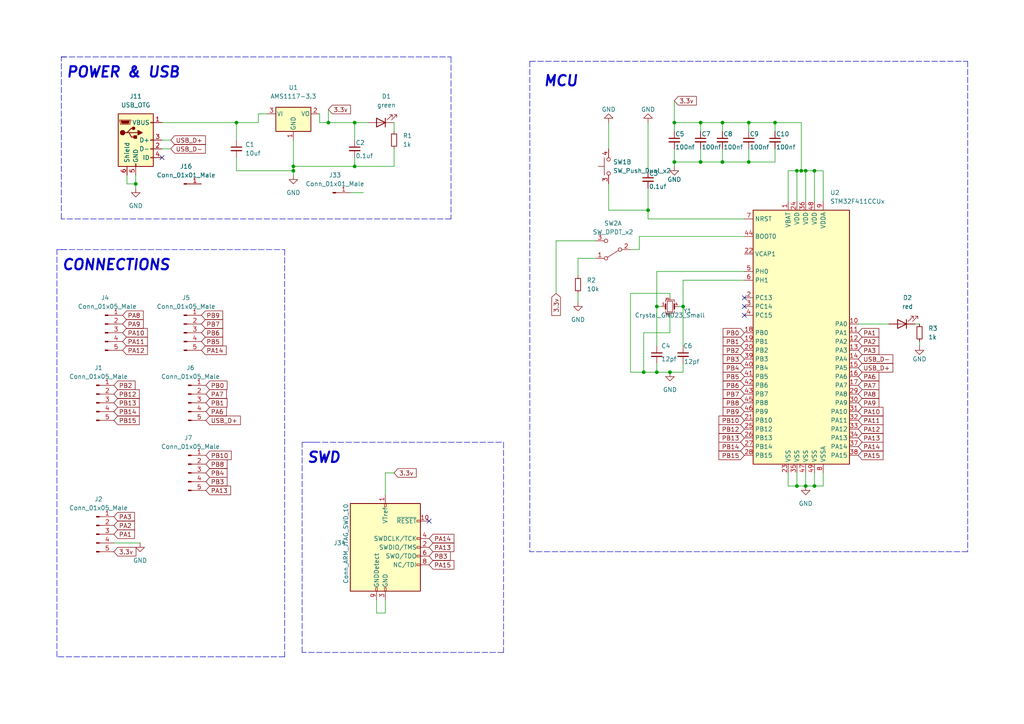
<source format=kicad_sch>
(kicad_sch (version 20211123) (generator eeschema)

  (uuid 7b27af83-99fd-4024-aace-f532ffe258dc)

  (paper "A4")

  (lib_symbols
    (symbol "Connector:Conn_01x01_Male" (pin_names (offset 1.016) hide) (in_bom yes) (on_board yes)
      (property "Reference" "J" (id 0) (at 0 2.54 0)
        (effects (font (size 1.27 1.27)))
      )
      (property "Value" "Conn_01x01_Male" (id 1) (at 0 -2.54 0)
        (effects (font (size 1.27 1.27)))
      )
      (property "Footprint" "" (id 2) (at 0 0 0)
        (effects (font (size 1.27 1.27)) hide)
      )
      (property "Datasheet" "~" (id 3) (at 0 0 0)
        (effects (font (size 1.27 1.27)) hide)
      )
      (property "ki_keywords" "connector" (id 4) (at 0 0 0)
        (effects (font (size 1.27 1.27)) hide)
      )
      (property "ki_description" "Generic connector, single row, 01x01, script generated (kicad-library-utils/schlib/autogen/connector/)" (id 5) (at 0 0 0)
        (effects (font (size 1.27 1.27)) hide)
      )
      (property "ki_fp_filters" "Connector*:*" (id 6) (at 0 0 0)
        (effects (font (size 1.27 1.27)) hide)
      )
      (symbol "Conn_01x01_Male_1_1"
        (polyline
          (pts
            (xy 1.27 0)
            (xy 0.8636 0)
          )
          (stroke (width 0.1524) (type default) (color 0 0 0 0))
          (fill (type none))
        )
        (rectangle (start 0.8636 0.127) (end 0 -0.127)
          (stroke (width 0.1524) (type default) (color 0 0 0 0))
          (fill (type outline))
        )
        (pin passive line (at 5.08 0 180) (length 3.81)
          (name "Pin_1" (effects (font (size 1.27 1.27))))
          (number "1" (effects (font (size 1.27 1.27))))
        )
      )
    )
    (symbol "Connector:Conn_01x05_Male" (pin_names (offset 1.016) hide) (in_bom yes) (on_board yes)
      (property "Reference" "J" (id 0) (at 0 7.62 0)
        (effects (font (size 1.27 1.27)))
      )
      (property "Value" "Conn_01x05_Male" (id 1) (at 0 -7.62 0)
        (effects (font (size 1.27 1.27)))
      )
      (property "Footprint" "" (id 2) (at 0 0 0)
        (effects (font (size 1.27 1.27)) hide)
      )
      (property "Datasheet" "~" (id 3) (at 0 0 0)
        (effects (font (size 1.27 1.27)) hide)
      )
      (property "ki_keywords" "connector" (id 4) (at 0 0 0)
        (effects (font (size 1.27 1.27)) hide)
      )
      (property "ki_description" "Generic connector, single row, 01x05, script generated (kicad-library-utils/schlib/autogen/connector/)" (id 5) (at 0 0 0)
        (effects (font (size 1.27 1.27)) hide)
      )
      (property "ki_fp_filters" "Connector*:*_1x??_*" (id 6) (at 0 0 0)
        (effects (font (size 1.27 1.27)) hide)
      )
      (symbol "Conn_01x05_Male_1_1"
        (polyline
          (pts
            (xy 1.27 -5.08)
            (xy 0.8636 -5.08)
          )
          (stroke (width 0.1524) (type default) (color 0 0 0 0))
          (fill (type none))
        )
        (polyline
          (pts
            (xy 1.27 -2.54)
            (xy 0.8636 -2.54)
          )
          (stroke (width 0.1524) (type default) (color 0 0 0 0))
          (fill (type none))
        )
        (polyline
          (pts
            (xy 1.27 0)
            (xy 0.8636 0)
          )
          (stroke (width 0.1524) (type default) (color 0 0 0 0))
          (fill (type none))
        )
        (polyline
          (pts
            (xy 1.27 2.54)
            (xy 0.8636 2.54)
          )
          (stroke (width 0.1524) (type default) (color 0 0 0 0))
          (fill (type none))
        )
        (polyline
          (pts
            (xy 1.27 5.08)
            (xy 0.8636 5.08)
          )
          (stroke (width 0.1524) (type default) (color 0 0 0 0))
          (fill (type none))
        )
        (rectangle (start 0.8636 -4.953) (end 0 -5.207)
          (stroke (width 0.1524) (type default) (color 0 0 0 0))
          (fill (type outline))
        )
        (rectangle (start 0.8636 -2.413) (end 0 -2.667)
          (stroke (width 0.1524) (type default) (color 0 0 0 0))
          (fill (type outline))
        )
        (rectangle (start 0.8636 0.127) (end 0 -0.127)
          (stroke (width 0.1524) (type default) (color 0 0 0 0))
          (fill (type outline))
        )
        (rectangle (start 0.8636 2.667) (end 0 2.413)
          (stroke (width 0.1524) (type default) (color 0 0 0 0))
          (fill (type outline))
        )
        (rectangle (start 0.8636 5.207) (end 0 4.953)
          (stroke (width 0.1524) (type default) (color 0 0 0 0))
          (fill (type outline))
        )
        (pin passive line (at 5.08 5.08 180) (length 3.81)
          (name "Pin_1" (effects (font (size 1.27 1.27))))
          (number "1" (effects (font (size 1.27 1.27))))
        )
        (pin passive line (at 5.08 2.54 180) (length 3.81)
          (name "Pin_2" (effects (font (size 1.27 1.27))))
          (number "2" (effects (font (size 1.27 1.27))))
        )
        (pin passive line (at 5.08 0 180) (length 3.81)
          (name "Pin_3" (effects (font (size 1.27 1.27))))
          (number "3" (effects (font (size 1.27 1.27))))
        )
        (pin passive line (at 5.08 -2.54 180) (length 3.81)
          (name "Pin_4" (effects (font (size 1.27 1.27))))
          (number "4" (effects (font (size 1.27 1.27))))
        )
        (pin passive line (at 5.08 -5.08 180) (length 3.81)
          (name "Pin_5" (effects (font (size 1.27 1.27))))
          (number "5" (effects (font (size 1.27 1.27))))
        )
      )
    )
    (symbol "Connector:Conn_ARM_JTAG_SWD_10" (pin_names (offset 1.016)) (in_bom yes) (on_board yes)
      (property "Reference" "J" (id 0) (at -2.54 16.51 0)
        (effects (font (size 1.27 1.27)) (justify right))
      )
      (property "Value" "Conn_ARM_JTAG_SWD_10" (id 1) (at -2.54 13.97 0)
        (effects (font (size 1.27 1.27)) (justify right bottom))
      )
      (property "Footprint" "" (id 2) (at 0 0 0)
        (effects (font (size 1.27 1.27)) hide)
      )
      (property "Datasheet" "http://infocenter.arm.com/help/topic/com.arm.doc.ddi0314h/DDI0314H_coresight_components_trm.pdf" (id 3) (at -8.89 -31.75 90)
        (effects (font (size 1.27 1.27)) hide)
      )
      (property "ki_keywords" "Cortex Debug Connector ARM SWD JTAG" (id 4) (at 0 0 0)
        (effects (font (size 1.27 1.27)) hide)
      )
      (property "ki_description" "Cortex Debug Connector, standard ARM Cortex-M SWD and JTAG interface" (id 5) (at 0 0 0)
        (effects (font (size 1.27 1.27)) hide)
      )
      (property "ki_fp_filters" "PinHeader?2x05?P1.27mm*" (id 6) (at 0 0 0)
        (effects (font (size 1.27 1.27)) hide)
      )
      (symbol "Conn_ARM_JTAG_SWD_10_0_1"
        (rectangle (start -10.16 12.7) (end 10.16 -12.7)
          (stroke (width 0.254) (type default) (color 0 0 0 0))
          (fill (type background))
        )
        (rectangle (start -2.794 -12.7) (end -2.286 -11.684)
          (stroke (width 0) (type default) (color 0 0 0 0))
          (fill (type none))
        )
        (rectangle (start -0.254 -12.7) (end 0.254 -11.684)
          (stroke (width 0) (type default) (color 0 0 0 0))
          (fill (type none))
        )
        (rectangle (start -0.254 12.7) (end 0.254 11.684)
          (stroke (width 0) (type default) (color 0 0 0 0))
          (fill (type none))
        )
        (rectangle (start 9.144 2.286) (end 10.16 2.794)
          (stroke (width 0) (type default) (color 0 0 0 0))
          (fill (type none))
        )
        (rectangle (start 10.16 -2.794) (end 9.144 -2.286)
          (stroke (width 0) (type default) (color 0 0 0 0))
          (fill (type none))
        )
        (rectangle (start 10.16 -0.254) (end 9.144 0.254)
          (stroke (width 0) (type default) (color 0 0 0 0))
          (fill (type none))
        )
        (rectangle (start 10.16 7.874) (end 9.144 7.366)
          (stroke (width 0) (type default) (color 0 0 0 0))
          (fill (type none))
        )
      )
      (symbol "Conn_ARM_JTAG_SWD_10_1_1"
        (rectangle (start 9.144 -5.334) (end 10.16 -4.826)
          (stroke (width 0) (type default) (color 0 0 0 0))
          (fill (type none))
        )
        (pin power_in line (at 0 15.24 270) (length 2.54)
          (name "VTref" (effects (font (size 1.27 1.27))))
          (number "1" (effects (font (size 1.27 1.27))))
        )
        (pin open_collector line (at 12.7 7.62 180) (length 2.54)
          (name "~{RESET}" (effects (font (size 1.27 1.27))))
          (number "10" (effects (font (size 1.27 1.27))))
        )
        (pin bidirectional line (at 12.7 0 180) (length 2.54)
          (name "SWDIO/TMS" (effects (font (size 1.27 1.27))))
          (number "2" (effects (font (size 1.27 1.27))))
        )
        (pin power_in line (at 0 -15.24 90) (length 2.54)
          (name "GND" (effects (font (size 1.27 1.27))))
          (number "3" (effects (font (size 1.27 1.27))))
        )
        (pin output line (at 12.7 2.54 180) (length 2.54)
          (name "SWDCLK/TCK" (effects (font (size 1.27 1.27))))
          (number "4" (effects (font (size 1.27 1.27))))
        )
        (pin passive line (at 0 -15.24 90) (length 2.54) hide
          (name "GND" (effects (font (size 1.27 1.27))))
          (number "5" (effects (font (size 1.27 1.27))))
        )
        (pin input line (at 12.7 -2.54 180) (length 2.54)
          (name "SWO/TDO" (effects (font (size 1.27 1.27))))
          (number "6" (effects (font (size 1.27 1.27))))
        )
        (pin no_connect line (at -10.16 0 0) (length 2.54) hide
          (name "KEY" (effects (font (size 1.27 1.27))))
          (number "7" (effects (font (size 1.27 1.27))))
        )
        (pin output line (at 12.7 -5.08 180) (length 2.54)
          (name "NC/TDI" (effects (font (size 1.27 1.27))))
          (number "8" (effects (font (size 1.27 1.27))))
        )
        (pin passive line (at -2.54 -15.24 90) (length 2.54)
          (name "GNDDetect" (effects (font (size 1.27 1.27))))
          (number "9" (effects (font (size 1.27 1.27))))
        )
      )
    )
    (symbol "Connector:USB_OTG" (pin_names (offset 1.016)) (in_bom yes) (on_board yes)
      (property "Reference" "J" (id 0) (at -5.08 11.43 0)
        (effects (font (size 1.27 1.27)) (justify left))
      )
      (property "Value" "USB_OTG" (id 1) (at -5.08 8.89 0)
        (effects (font (size 1.27 1.27)) (justify left))
      )
      (property "Footprint" "" (id 2) (at 3.81 -1.27 0)
        (effects (font (size 1.27 1.27)) hide)
      )
      (property "Datasheet" " ~" (id 3) (at 3.81 -1.27 0)
        (effects (font (size 1.27 1.27)) hide)
      )
      (property "ki_keywords" "connector USB" (id 4) (at 0 0 0)
        (effects (font (size 1.27 1.27)) hide)
      )
      (property "ki_description" "USB mini/micro connector" (id 5) (at 0 0 0)
        (effects (font (size 1.27 1.27)) hide)
      )
      (property "ki_fp_filters" "USB*" (id 6) (at 0 0 0)
        (effects (font (size 1.27 1.27)) hide)
      )
      (symbol "USB_OTG_0_1"
        (rectangle (start -5.08 -7.62) (end 5.08 7.62)
          (stroke (width 0.254) (type default) (color 0 0 0 0))
          (fill (type background))
        )
        (circle (center -3.81 2.159) (radius 0.635)
          (stroke (width 0.254) (type default) (color 0 0 0 0))
          (fill (type outline))
        )
        (circle (center -0.635 3.429) (radius 0.381)
          (stroke (width 0.254) (type default) (color 0 0 0 0))
          (fill (type outline))
        )
        (rectangle (start -0.127 -7.62) (end 0.127 -6.858)
          (stroke (width 0) (type default) (color 0 0 0 0))
          (fill (type none))
        )
        (polyline
          (pts
            (xy -1.905 2.159)
            (xy 0.635 2.159)
          )
          (stroke (width 0.254) (type default) (color 0 0 0 0))
          (fill (type none))
        )
        (polyline
          (pts
            (xy -3.175 2.159)
            (xy -2.54 2.159)
            (xy -1.27 3.429)
            (xy -0.635 3.429)
          )
          (stroke (width 0.254) (type default) (color 0 0 0 0))
          (fill (type none))
        )
        (polyline
          (pts
            (xy -2.54 2.159)
            (xy -1.905 2.159)
            (xy -1.27 0.889)
            (xy 0 0.889)
          )
          (stroke (width 0.254) (type default) (color 0 0 0 0))
          (fill (type none))
        )
        (polyline
          (pts
            (xy 0.635 2.794)
            (xy 0.635 1.524)
            (xy 1.905 2.159)
            (xy 0.635 2.794)
          )
          (stroke (width 0.254) (type default) (color 0 0 0 0))
          (fill (type outline))
        )
        (polyline
          (pts
            (xy -4.318 5.588)
            (xy -1.778 5.588)
            (xy -2.032 4.826)
            (xy -4.064 4.826)
            (xy -4.318 5.588)
          )
          (stroke (width 0) (type default) (color 0 0 0 0))
          (fill (type outline))
        )
        (polyline
          (pts
            (xy -4.699 5.842)
            (xy -4.699 5.588)
            (xy -4.445 4.826)
            (xy -4.445 4.572)
            (xy -1.651 4.572)
            (xy -1.651 4.826)
            (xy -1.397 5.588)
            (xy -1.397 5.842)
            (xy -4.699 5.842)
          )
          (stroke (width 0) (type default) (color 0 0 0 0))
          (fill (type none))
        )
        (rectangle (start 0.254 1.27) (end -0.508 0.508)
          (stroke (width 0.254) (type default) (color 0 0 0 0))
          (fill (type outline))
        )
        (rectangle (start 5.08 -5.207) (end 4.318 -4.953)
          (stroke (width 0) (type default) (color 0 0 0 0))
          (fill (type none))
        )
        (rectangle (start 5.08 -2.667) (end 4.318 -2.413)
          (stroke (width 0) (type default) (color 0 0 0 0))
          (fill (type none))
        )
        (rectangle (start 5.08 -0.127) (end 4.318 0.127)
          (stroke (width 0) (type default) (color 0 0 0 0))
          (fill (type none))
        )
        (rectangle (start 5.08 4.953) (end 4.318 5.207)
          (stroke (width 0) (type default) (color 0 0 0 0))
          (fill (type none))
        )
      )
      (symbol "USB_OTG_1_1"
        (pin passive line (at 7.62 5.08 180) (length 2.54)
          (name "VBUS" (effects (font (size 1.27 1.27))))
          (number "1" (effects (font (size 1.27 1.27))))
        )
        (pin bidirectional line (at 7.62 -2.54 180) (length 2.54)
          (name "D-" (effects (font (size 1.27 1.27))))
          (number "2" (effects (font (size 1.27 1.27))))
        )
        (pin bidirectional line (at 7.62 0 180) (length 2.54)
          (name "D+" (effects (font (size 1.27 1.27))))
          (number "3" (effects (font (size 1.27 1.27))))
        )
        (pin passive line (at 7.62 -5.08 180) (length 2.54)
          (name "ID" (effects (font (size 1.27 1.27))))
          (number "4" (effects (font (size 1.27 1.27))))
        )
        (pin passive line (at 0 -10.16 90) (length 2.54)
          (name "GND" (effects (font (size 1.27 1.27))))
          (number "5" (effects (font (size 1.27 1.27))))
        )
        (pin passive line (at -2.54 -10.16 90) (length 2.54)
          (name "Shield" (effects (font (size 1.27 1.27))))
          (number "6" (effects (font (size 1.27 1.27))))
        )
      )
    )
    (symbol "Device:C_Small" (pin_numbers hide) (pin_names (offset 0.254) hide) (in_bom yes) (on_board yes)
      (property "Reference" "C" (id 0) (at 0.254 1.778 0)
        (effects (font (size 1.27 1.27)) (justify left))
      )
      (property "Value" "C_Small" (id 1) (at 0.254 -2.032 0)
        (effects (font (size 1.27 1.27)) (justify left))
      )
      (property "Footprint" "" (id 2) (at 0 0 0)
        (effects (font (size 1.27 1.27)) hide)
      )
      (property "Datasheet" "~" (id 3) (at 0 0 0)
        (effects (font (size 1.27 1.27)) hide)
      )
      (property "ki_keywords" "capacitor cap" (id 4) (at 0 0 0)
        (effects (font (size 1.27 1.27)) hide)
      )
      (property "ki_description" "Unpolarized capacitor, small symbol" (id 5) (at 0 0 0)
        (effects (font (size 1.27 1.27)) hide)
      )
      (property "ki_fp_filters" "C_*" (id 6) (at 0 0 0)
        (effects (font (size 1.27 1.27)) hide)
      )
      (symbol "C_Small_0_1"
        (polyline
          (pts
            (xy -1.524 -0.508)
            (xy 1.524 -0.508)
          )
          (stroke (width 0.3302) (type default) (color 0 0 0 0))
          (fill (type none))
        )
        (polyline
          (pts
            (xy -1.524 0.508)
            (xy 1.524 0.508)
          )
          (stroke (width 0.3048) (type default) (color 0 0 0 0))
          (fill (type none))
        )
      )
      (symbol "C_Small_1_1"
        (pin passive line (at 0 2.54 270) (length 2.032)
          (name "~" (effects (font (size 1.27 1.27))))
          (number "1" (effects (font (size 1.27 1.27))))
        )
        (pin passive line (at 0 -2.54 90) (length 2.032)
          (name "~" (effects (font (size 1.27 1.27))))
          (number "2" (effects (font (size 1.27 1.27))))
        )
      )
    )
    (symbol "Device:Crystal_GND23_Small" (pin_names (offset 1.016) hide) (in_bom yes) (on_board yes)
      (property "Reference" "Y" (id 0) (at 1.27 4.445 0)
        (effects (font (size 1.27 1.27)) (justify left))
      )
      (property "Value" "Crystal_GND23_Small" (id 1) (at 1.27 2.54 0)
        (effects (font (size 1.27 1.27)) (justify left))
      )
      (property "Footprint" "" (id 2) (at 0 0 0)
        (effects (font (size 1.27 1.27)) hide)
      )
      (property "Datasheet" "~" (id 3) (at 0 0 0)
        (effects (font (size 1.27 1.27)) hide)
      )
      (property "ki_keywords" "quartz ceramic resonator oscillator" (id 4) (at 0 0 0)
        (effects (font (size 1.27 1.27)) hide)
      )
      (property "ki_description" "Four pin crystal, GND on pins 2 and 3, small symbol" (id 5) (at 0 0 0)
        (effects (font (size 1.27 1.27)) hide)
      )
      (property "ki_fp_filters" "Crystal*" (id 6) (at 0 0 0)
        (effects (font (size 1.27 1.27)) hide)
      )
      (symbol "Crystal_GND23_Small_0_1"
        (rectangle (start -0.762 -1.524) (end 0.762 1.524)
          (stroke (width 0) (type default) (color 0 0 0 0))
          (fill (type none))
        )
        (polyline
          (pts
            (xy -1.27 -0.762)
            (xy -1.27 0.762)
          )
          (stroke (width 0.381) (type default) (color 0 0 0 0))
          (fill (type none))
        )
        (polyline
          (pts
            (xy 1.27 -0.762)
            (xy 1.27 0.762)
          )
          (stroke (width 0.381) (type default) (color 0 0 0 0))
          (fill (type none))
        )
        (polyline
          (pts
            (xy -1.27 -1.27)
            (xy -1.27 -1.905)
            (xy 1.27 -1.905)
            (xy 1.27 -1.27)
          )
          (stroke (width 0) (type default) (color 0 0 0 0))
          (fill (type none))
        )
        (polyline
          (pts
            (xy -1.27 1.27)
            (xy -1.27 1.905)
            (xy 1.27 1.905)
            (xy 1.27 1.27)
          )
          (stroke (width 0) (type default) (color 0 0 0 0))
          (fill (type none))
        )
      )
      (symbol "Crystal_GND23_Small_1_1"
        (pin passive line (at -2.54 0 0) (length 1.27)
          (name "1" (effects (font (size 1.27 1.27))))
          (number "1" (effects (font (size 0.762 0.762))))
        )
        (pin passive line (at 0 -2.54 90) (length 0.635)
          (name "2" (effects (font (size 1.27 1.27))))
          (number "2" (effects (font (size 0.762 0.762))))
        )
        (pin passive line (at 0 2.54 270) (length 0.635)
          (name "3" (effects (font (size 1.27 1.27))))
          (number "3" (effects (font (size 0.762 0.762))))
        )
        (pin passive line (at 2.54 0 180) (length 1.27)
          (name "4" (effects (font (size 1.27 1.27))))
          (number "4" (effects (font (size 0.762 0.762))))
        )
      )
    )
    (symbol "Device:LED" (pin_numbers hide) (pin_names (offset 1.016) hide) (in_bom yes) (on_board yes)
      (property "Reference" "D" (id 0) (at 0 2.54 0)
        (effects (font (size 1.27 1.27)))
      )
      (property "Value" "LED" (id 1) (at 0 -2.54 0)
        (effects (font (size 1.27 1.27)))
      )
      (property "Footprint" "" (id 2) (at 0 0 0)
        (effects (font (size 1.27 1.27)) hide)
      )
      (property "Datasheet" "~" (id 3) (at 0 0 0)
        (effects (font (size 1.27 1.27)) hide)
      )
      (property "ki_keywords" "LED diode" (id 4) (at 0 0 0)
        (effects (font (size 1.27 1.27)) hide)
      )
      (property "ki_description" "Light emitting diode" (id 5) (at 0 0 0)
        (effects (font (size 1.27 1.27)) hide)
      )
      (property "ki_fp_filters" "LED* LED_SMD:* LED_THT:*" (id 6) (at 0 0 0)
        (effects (font (size 1.27 1.27)) hide)
      )
      (symbol "LED_0_1"
        (polyline
          (pts
            (xy -1.27 -1.27)
            (xy -1.27 1.27)
          )
          (stroke (width 0.254) (type default) (color 0 0 0 0))
          (fill (type none))
        )
        (polyline
          (pts
            (xy -1.27 0)
            (xy 1.27 0)
          )
          (stroke (width 0) (type default) (color 0 0 0 0))
          (fill (type none))
        )
        (polyline
          (pts
            (xy 1.27 -1.27)
            (xy 1.27 1.27)
            (xy -1.27 0)
            (xy 1.27 -1.27)
          )
          (stroke (width 0.254) (type default) (color 0 0 0 0))
          (fill (type none))
        )
        (polyline
          (pts
            (xy -3.048 -0.762)
            (xy -4.572 -2.286)
            (xy -3.81 -2.286)
            (xy -4.572 -2.286)
            (xy -4.572 -1.524)
          )
          (stroke (width 0) (type default) (color 0 0 0 0))
          (fill (type none))
        )
        (polyline
          (pts
            (xy -1.778 -0.762)
            (xy -3.302 -2.286)
            (xy -2.54 -2.286)
            (xy -3.302 -2.286)
            (xy -3.302 -1.524)
          )
          (stroke (width 0) (type default) (color 0 0 0 0))
          (fill (type none))
        )
      )
      (symbol "LED_1_1"
        (pin passive line (at -3.81 0 0) (length 2.54)
          (name "K" (effects (font (size 1.27 1.27))))
          (number "1" (effects (font (size 1.27 1.27))))
        )
        (pin passive line (at 3.81 0 180) (length 2.54)
          (name "A" (effects (font (size 1.27 1.27))))
          (number "2" (effects (font (size 1.27 1.27))))
        )
      )
    )
    (symbol "Device:R_Small" (pin_numbers hide) (pin_names (offset 0.254) hide) (in_bom yes) (on_board yes)
      (property "Reference" "R" (id 0) (at 0.762 0.508 0)
        (effects (font (size 1.27 1.27)) (justify left))
      )
      (property "Value" "R_Small" (id 1) (at 0.762 -1.016 0)
        (effects (font (size 1.27 1.27)) (justify left))
      )
      (property "Footprint" "" (id 2) (at 0 0 0)
        (effects (font (size 1.27 1.27)) hide)
      )
      (property "Datasheet" "~" (id 3) (at 0 0 0)
        (effects (font (size 1.27 1.27)) hide)
      )
      (property "ki_keywords" "R resistor" (id 4) (at 0 0 0)
        (effects (font (size 1.27 1.27)) hide)
      )
      (property "ki_description" "Resistor, small symbol" (id 5) (at 0 0 0)
        (effects (font (size 1.27 1.27)) hide)
      )
      (property "ki_fp_filters" "R_*" (id 6) (at 0 0 0)
        (effects (font (size 1.27 1.27)) hide)
      )
      (symbol "R_Small_0_1"
        (rectangle (start -0.762 1.778) (end 0.762 -1.778)
          (stroke (width 0.2032) (type default) (color 0 0 0 0))
          (fill (type none))
        )
      )
      (symbol "R_Small_1_1"
        (pin passive line (at 0 2.54 270) (length 0.762)
          (name "~" (effects (font (size 1.27 1.27))))
          (number "1" (effects (font (size 1.27 1.27))))
        )
        (pin passive line (at 0 -2.54 90) (length 0.762)
          (name "~" (effects (font (size 1.27 1.27))))
          (number "2" (effects (font (size 1.27 1.27))))
        )
      )
    )
    (symbol "MCU_ST_STM32F4:STM32F411CCUx" (in_bom yes) (on_board yes)
      (property "Reference" "U" (id 0) (at -15.24 36.83 0)
        (effects (font (size 1.27 1.27)) (justify left))
      )
      (property "Value" "STM32F411CCUx" (id 1) (at 7.62 36.83 0)
        (effects (font (size 1.27 1.27)) (justify left))
      )
      (property "Footprint" "Package_DFN_QFN:QFN-48-1EP_7x7mm_P0.5mm_EP5.6x5.6mm" (id 2) (at -15.24 -38.1 0)
        (effects (font (size 1.27 1.27)) (justify right) hide)
      )
      (property "Datasheet" "http://www.st.com/st-web-ui/static/active/en/resource/technical/document/datasheet/DM00115249.pdf" (id 3) (at 0 0 0)
        (effects (font (size 1.27 1.27)) hide)
      )
      (property "ki_keywords" "ARM Cortex-M4 STM32F4 STM32F411" (id 4) (at 0 0 0)
        (effects (font (size 1.27 1.27)) hide)
      )
      (property "ki_description" "ARM Cortex-M4 MCU, 256KB flash, 128KB RAM, 100MHz, 1.7-3.6V, 36 GPIO, UFQFPN-48" (id 5) (at 0 0 0)
        (effects (font (size 1.27 1.27)) hide)
      )
      (property "ki_fp_filters" "QFN*1EP*7x7mm*P0.5mm*" (id 6) (at 0 0 0)
        (effects (font (size 1.27 1.27)) hide)
      )
      (symbol "STM32F411CCUx_0_1"
        (rectangle (start -15.24 -38.1) (end 12.7 35.56)
          (stroke (width 0.254) (type default) (color 0 0 0 0))
          (fill (type background))
        )
      )
      (symbol "STM32F411CCUx_1_1"
        (pin power_in line (at -5.08 38.1 270) (length 2.54)
          (name "VBAT" (effects (font (size 1.27 1.27))))
          (number "1" (effects (font (size 1.27 1.27))))
        )
        (pin bidirectional line (at 15.24 2.54 180) (length 2.54)
          (name "PA0" (effects (font (size 1.27 1.27))))
          (number "10" (effects (font (size 1.27 1.27))))
        )
        (pin bidirectional line (at 15.24 0 180) (length 2.54)
          (name "PA1" (effects (font (size 1.27 1.27))))
          (number "11" (effects (font (size 1.27 1.27))))
        )
        (pin bidirectional line (at 15.24 -2.54 180) (length 2.54)
          (name "PA2" (effects (font (size 1.27 1.27))))
          (number "12" (effects (font (size 1.27 1.27))))
        )
        (pin bidirectional line (at 15.24 -5.08 180) (length 2.54)
          (name "PA3" (effects (font (size 1.27 1.27))))
          (number "13" (effects (font (size 1.27 1.27))))
        )
        (pin bidirectional line (at 15.24 -7.62 180) (length 2.54)
          (name "PA4" (effects (font (size 1.27 1.27))))
          (number "14" (effects (font (size 1.27 1.27))))
        )
        (pin bidirectional line (at 15.24 -10.16 180) (length 2.54)
          (name "PA5" (effects (font (size 1.27 1.27))))
          (number "15" (effects (font (size 1.27 1.27))))
        )
        (pin bidirectional line (at 15.24 -12.7 180) (length 2.54)
          (name "PA6" (effects (font (size 1.27 1.27))))
          (number "16" (effects (font (size 1.27 1.27))))
        )
        (pin bidirectional line (at 15.24 -15.24 180) (length 2.54)
          (name "PA7" (effects (font (size 1.27 1.27))))
          (number "17" (effects (font (size 1.27 1.27))))
        )
        (pin bidirectional line (at -17.78 0 0) (length 2.54)
          (name "PB0" (effects (font (size 1.27 1.27))))
          (number "18" (effects (font (size 1.27 1.27))))
        )
        (pin bidirectional line (at -17.78 -2.54 0) (length 2.54)
          (name "PB1" (effects (font (size 1.27 1.27))))
          (number "19" (effects (font (size 1.27 1.27))))
        )
        (pin bidirectional line (at -17.78 10.16 0) (length 2.54)
          (name "PC13" (effects (font (size 1.27 1.27))))
          (number "2" (effects (font (size 1.27 1.27))))
        )
        (pin bidirectional line (at -17.78 -5.08 0) (length 2.54)
          (name "PB2" (effects (font (size 1.27 1.27))))
          (number "20" (effects (font (size 1.27 1.27))))
        )
        (pin bidirectional line (at -17.78 -25.4 0) (length 2.54)
          (name "PB10" (effects (font (size 1.27 1.27))))
          (number "21" (effects (font (size 1.27 1.27))))
        )
        (pin power_in line (at -17.78 22.86 0) (length 2.54)
          (name "VCAP1" (effects (font (size 1.27 1.27))))
          (number "22" (effects (font (size 1.27 1.27))))
        )
        (pin power_in line (at -5.08 -40.64 90) (length 2.54)
          (name "VSS" (effects (font (size 1.27 1.27))))
          (number "23" (effects (font (size 1.27 1.27))))
        )
        (pin power_in line (at -2.54 38.1 270) (length 2.54)
          (name "VDD" (effects (font (size 1.27 1.27))))
          (number "24" (effects (font (size 1.27 1.27))))
        )
        (pin bidirectional line (at -17.78 -27.94 0) (length 2.54)
          (name "PB12" (effects (font (size 1.27 1.27))))
          (number "25" (effects (font (size 1.27 1.27))))
        )
        (pin bidirectional line (at -17.78 -30.48 0) (length 2.54)
          (name "PB13" (effects (font (size 1.27 1.27))))
          (number "26" (effects (font (size 1.27 1.27))))
        )
        (pin bidirectional line (at -17.78 -33.02 0) (length 2.54)
          (name "PB14" (effects (font (size 1.27 1.27))))
          (number "27" (effects (font (size 1.27 1.27))))
        )
        (pin bidirectional line (at -17.78 -35.56 0) (length 2.54)
          (name "PB15" (effects (font (size 1.27 1.27))))
          (number "28" (effects (font (size 1.27 1.27))))
        )
        (pin bidirectional line (at 15.24 -17.78 180) (length 2.54)
          (name "PA8" (effects (font (size 1.27 1.27))))
          (number "29" (effects (font (size 1.27 1.27))))
        )
        (pin bidirectional line (at -17.78 7.62 0) (length 2.54)
          (name "PC14" (effects (font (size 1.27 1.27))))
          (number "3" (effects (font (size 1.27 1.27))))
        )
        (pin bidirectional line (at 15.24 -20.32 180) (length 2.54)
          (name "PA9" (effects (font (size 1.27 1.27))))
          (number "30" (effects (font (size 1.27 1.27))))
        )
        (pin bidirectional line (at 15.24 -22.86 180) (length 2.54)
          (name "PA10" (effects (font (size 1.27 1.27))))
          (number "31" (effects (font (size 1.27 1.27))))
        )
        (pin bidirectional line (at 15.24 -25.4 180) (length 2.54)
          (name "PA11" (effects (font (size 1.27 1.27))))
          (number "32" (effects (font (size 1.27 1.27))))
        )
        (pin bidirectional line (at 15.24 -27.94 180) (length 2.54)
          (name "PA12" (effects (font (size 1.27 1.27))))
          (number "33" (effects (font (size 1.27 1.27))))
        )
        (pin bidirectional line (at 15.24 -30.48 180) (length 2.54)
          (name "PA13" (effects (font (size 1.27 1.27))))
          (number "34" (effects (font (size 1.27 1.27))))
        )
        (pin power_in line (at -2.54 -40.64 90) (length 2.54)
          (name "VSS" (effects (font (size 1.27 1.27))))
          (number "35" (effects (font (size 1.27 1.27))))
        )
        (pin power_in line (at 0 38.1 270) (length 2.54)
          (name "VDD" (effects (font (size 1.27 1.27))))
          (number "36" (effects (font (size 1.27 1.27))))
        )
        (pin bidirectional line (at 15.24 -33.02 180) (length 2.54)
          (name "PA14" (effects (font (size 1.27 1.27))))
          (number "37" (effects (font (size 1.27 1.27))))
        )
        (pin bidirectional line (at 15.24 -35.56 180) (length 2.54)
          (name "PA15" (effects (font (size 1.27 1.27))))
          (number "38" (effects (font (size 1.27 1.27))))
        )
        (pin bidirectional line (at -17.78 -7.62 0) (length 2.54)
          (name "PB3" (effects (font (size 1.27 1.27))))
          (number "39" (effects (font (size 1.27 1.27))))
        )
        (pin bidirectional line (at -17.78 5.08 0) (length 2.54)
          (name "PC15" (effects (font (size 1.27 1.27))))
          (number "4" (effects (font (size 1.27 1.27))))
        )
        (pin bidirectional line (at -17.78 -10.16 0) (length 2.54)
          (name "PB4" (effects (font (size 1.27 1.27))))
          (number "40" (effects (font (size 1.27 1.27))))
        )
        (pin bidirectional line (at -17.78 -12.7 0) (length 2.54)
          (name "PB5" (effects (font (size 1.27 1.27))))
          (number "41" (effects (font (size 1.27 1.27))))
        )
        (pin bidirectional line (at -17.78 -15.24 0) (length 2.54)
          (name "PB6" (effects (font (size 1.27 1.27))))
          (number "42" (effects (font (size 1.27 1.27))))
        )
        (pin bidirectional line (at -17.78 -17.78 0) (length 2.54)
          (name "PB7" (effects (font (size 1.27 1.27))))
          (number "43" (effects (font (size 1.27 1.27))))
        )
        (pin input line (at -17.78 27.94 0) (length 2.54)
          (name "BOOT0" (effects (font (size 1.27 1.27))))
          (number "44" (effects (font (size 1.27 1.27))))
        )
        (pin bidirectional line (at -17.78 -20.32 0) (length 2.54)
          (name "PB8" (effects (font (size 1.27 1.27))))
          (number "45" (effects (font (size 1.27 1.27))))
        )
        (pin bidirectional line (at -17.78 -22.86 0) (length 2.54)
          (name "PB9" (effects (font (size 1.27 1.27))))
          (number "46" (effects (font (size 1.27 1.27))))
        )
        (pin power_in line (at 0 -40.64 90) (length 2.54)
          (name "VSS" (effects (font (size 1.27 1.27))))
          (number "47" (effects (font (size 1.27 1.27))))
        )
        (pin power_in line (at 2.54 38.1 270) (length 2.54)
          (name "VDD" (effects (font (size 1.27 1.27))))
          (number "48" (effects (font (size 1.27 1.27))))
        )
        (pin power_in line (at 2.54 -40.64 90) (length 2.54)
          (name "VSS" (effects (font (size 1.27 1.27))))
          (number "49" (effects (font (size 1.27 1.27))))
        )
        (pin input line (at -17.78 17.78 0) (length 2.54)
          (name "PH0" (effects (font (size 1.27 1.27))))
          (number "5" (effects (font (size 1.27 1.27))))
        )
        (pin input line (at -17.78 15.24 0) (length 2.54)
          (name "PH1" (effects (font (size 1.27 1.27))))
          (number "6" (effects (font (size 1.27 1.27))))
        )
        (pin input line (at -17.78 33.02 0) (length 2.54)
          (name "NRST" (effects (font (size 1.27 1.27))))
          (number "7" (effects (font (size 1.27 1.27))))
        )
        (pin power_in line (at 5.08 -40.64 90) (length 2.54)
          (name "VSSA" (effects (font (size 1.27 1.27))))
          (number "8" (effects (font (size 1.27 1.27))))
        )
        (pin power_in line (at 5.08 38.1 270) (length 2.54)
          (name "VDDA" (effects (font (size 1.27 1.27))))
          (number "9" (effects (font (size 1.27 1.27))))
        )
      )
    )
    (symbol "Regulator_Linear:AMS1117-3.3" (pin_names (offset 0.254)) (in_bom yes) (on_board yes)
      (property "Reference" "U" (id 0) (at -3.81 3.175 0)
        (effects (font (size 1.27 1.27)))
      )
      (property "Value" "AMS1117-3.3" (id 1) (at 0 3.175 0)
        (effects (font (size 1.27 1.27)) (justify left))
      )
      (property "Footprint" "Package_TO_SOT_SMD:SOT-223-3_TabPin2" (id 2) (at 0 5.08 0)
        (effects (font (size 1.27 1.27)) hide)
      )
      (property "Datasheet" "http://www.advanced-monolithic.com/pdf/ds1117.pdf" (id 3) (at 2.54 -6.35 0)
        (effects (font (size 1.27 1.27)) hide)
      )
      (property "ki_keywords" "linear regulator ldo fixed positive" (id 4) (at 0 0 0)
        (effects (font (size 1.27 1.27)) hide)
      )
      (property "ki_description" "1A Low Dropout regulator, positive, 3.3V fixed output, SOT-223" (id 5) (at 0 0 0)
        (effects (font (size 1.27 1.27)) hide)
      )
      (property "ki_fp_filters" "SOT?223*TabPin2*" (id 6) (at 0 0 0)
        (effects (font (size 1.27 1.27)) hide)
      )
      (symbol "AMS1117-3.3_0_1"
        (rectangle (start -5.08 -5.08) (end 5.08 1.905)
          (stroke (width 0.254) (type default) (color 0 0 0 0))
          (fill (type background))
        )
      )
      (symbol "AMS1117-3.3_1_1"
        (pin power_in line (at 0 -7.62 90) (length 2.54)
          (name "GND" (effects (font (size 1.27 1.27))))
          (number "1" (effects (font (size 1.27 1.27))))
        )
        (pin power_out line (at 7.62 0 180) (length 2.54)
          (name "VO" (effects (font (size 1.27 1.27))))
          (number "2" (effects (font (size 1.27 1.27))))
        )
        (pin power_in line (at -7.62 0 0) (length 2.54)
          (name "VI" (effects (font (size 1.27 1.27))))
          (number "3" (effects (font (size 1.27 1.27))))
        )
      )
    )
    (symbol "Switch:SW_DPDT_x2" (pin_names (offset 0) hide) (in_bom yes) (on_board yes)
      (property "Reference" "SW" (id 0) (at 0 4.318 0)
        (effects (font (size 1.27 1.27)))
      )
      (property "Value" "SW_DPDT_x2" (id 1) (at 0 -5.08 0)
        (effects (font (size 1.27 1.27)))
      )
      (property "Footprint" "" (id 2) (at 0 0 0)
        (effects (font (size 1.27 1.27)) hide)
      )
      (property "Datasheet" "~" (id 3) (at 0 0 0)
        (effects (font (size 1.27 1.27)) hide)
      )
      (property "ki_keywords" "switch dual-pole double-throw DPDT spdt ON-ON" (id 4) (at 0 0 0)
        (effects (font (size 1.27 1.27)) hide)
      )
      (property "ki_description" "Switch, dual pole double throw, separate symbols" (id 5) (at 0 0 0)
        (effects (font (size 1.27 1.27)) hide)
      )
      (property "ki_fp_filters" "SW*DPDT*" (id 6) (at 0 0 0)
        (effects (font (size 1.27 1.27)) hide)
      )
      (symbol "SW_DPDT_x2_0_0"
        (circle (center -2.032 0) (radius 0.508)
          (stroke (width 0) (type default) (color 0 0 0 0))
          (fill (type none))
        )
        (circle (center 2.032 -2.54) (radius 0.508)
          (stroke (width 0) (type default) (color 0 0 0 0))
          (fill (type none))
        )
      )
      (symbol "SW_DPDT_x2_0_1"
        (polyline
          (pts
            (xy -1.524 0.254)
            (xy 1.651 2.286)
          )
          (stroke (width 0) (type default) (color 0 0 0 0))
          (fill (type none))
        )
        (circle (center 2.032 2.54) (radius 0.508)
          (stroke (width 0) (type default) (color 0 0 0 0))
          (fill (type none))
        )
      )
      (symbol "SW_DPDT_x2_1_1"
        (pin passive line (at 5.08 2.54 180) (length 2.54)
          (name "A" (effects (font (size 1.27 1.27))))
          (number "1" (effects (font (size 1.27 1.27))))
        )
        (pin passive line (at -5.08 0 0) (length 2.54)
          (name "B" (effects (font (size 1.27 1.27))))
          (number "2" (effects (font (size 1.27 1.27))))
        )
        (pin passive line (at 5.08 -2.54 180) (length 2.54)
          (name "C" (effects (font (size 1.27 1.27))))
          (number "3" (effects (font (size 1.27 1.27))))
        )
      )
      (symbol "SW_DPDT_x2_2_1"
        (pin passive line (at 5.08 2.54 180) (length 2.54)
          (name "A" (effects (font (size 1.27 1.27))))
          (number "4" (effects (font (size 1.27 1.27))))
        )
        (pin passive line (at -5.08 0 0) (length 2.54)
          (name "B" (effects (font (size 1.27 1.27))))
          (number "5" (effects (font (size 1.27 1.27))))
        )
        (pin passive line (at 5.08 -2.54 180) (length 2.54)
          (name "C" (effects (font (size 1.27 1.27))))
          (number "6" (effects (font (size 1.27 1.27))))
        )
      )
    )
    (symbol "Switch:SW_Push_Dual_x2" (pin_names (offset 1.016) hide) (in_bom yes) (on_board yes)
      (property "Reference" "SW" (id 0) (at 1.27 2.54 0)
        (effects (font (size 1.27 1.27)) (justify left))
      )
      (property "Value" "SW_Push_Dual_x2" (id 1) (at 0 -1.524 0)
        (effects (font (size 1.27 1.27)))
      )
      (property "Footprint" "" (id 2) (at 0 5.08 0)
        (effects (font (size 1.27 1.27)) hide)
      )
      (property "Datasheet" "~" (id 3) (at 0 5.08 0)
        (effects (font (size 1.27 1.27)) hide)
      )
      (property "ki_keywords" "switch normally-open pushbutton push-button" (id 4) (at 0 0 0)
        (effects (font (size 1.27 1.27)) hide)
      )
      (property "ki_description" "Push button switch, generic, separate symbols, four pins" (id 5) (at 0 0 0)
        (effects (font (size 1.27 1.27)) hide)
      )
      (symbol "SW_Push_Dual_x2_0_1"
        (circle (center -2.032 0) (radius 0.508)
          (stroke (width 0) (type default) (color 0 0 0 0))
          (fill (type none))
        )
        (polyline
          (pts
            (xy 0 1.27)
            (xy 0 3.048)
          )
          (stroke (width 0) (type default) (color 0 0 0 0))
          (fill (type none))
        )
        (polyline
          (pts
            (xy 2.54 1.27)
            (xy -2.54 1.27)
          )
          (stroke (width 0) (type default) (color 0 0 0 0))
          (fill (type none))
        )
        (circle (center 2.032 0) (radius 0.508)
          (stroke (width 0) (type default) (color 0 0 0 0))
          (fill (type none))
        )
      )
      (symbol "SW_Push_Dual_x2_1_1"
        (pin passive line (at -5.08 0 0) (length 2.54)
          (name "C" (effects (font (size 1.27 1.27))))
          (number "1" (effects (font (size 1.27 1.27))))
        )
        (pin passive line (at 5.08 0 180) (length 2.54)
          (name "D" (effects (font (size 1.27 1.27))))
          (number "2" (effects (font (size 1.27 1.27))))
        )
      )
      (symbol "SW_Push_Dual_x2_2_1"
        (pin passive line (at -5.08 0 0) (length 2.54)
          (name "C" (effects (font (size 1.27 1.27))))
          (number "3" (effects (font (size 1.27 1.27))))
        )
        (pin passive line (at 5.08 0 180) (length 2.54)
          (name "D" (effects (font (size 1.27 1.27))))
          (number "4" (effects (font (size 1.27 1.27))))
        )
      )
    )
    (symbol "power:GND" (power) (pin_names (offset 0)) (in_bom yes) (on_board yes)
      (property "Reference" "#PWR" (id 0) (at 0 -6.35 0)
        (effects (font (size 1.27 1.27)) hide)
      )
      (property "Value" "GND" (id 1) (at 0 -3.81 0)
        (effects (font (size 1.27 1.27)))
      )
      (property "Footprint" "" (id 2) (at 0 0 0)
        (effects (font (size 1.27 1.27)) hide)
      )
      (property "Datasheet" "" (id 3) (at 0 0 0)
        (effects (font (size 1.27 1.27)) hide)
      )
      (property "ki_keywords" "power-flag" (id 4) (at 0 0 0)
        (effects (font (size 1.27 1.27)) hide)
      )
      (property "ki_description" "Power symbol creates a global label with name \"GND\" , ground" (id 5) (at 0 0 0)
        (effects (font (size 1.27 1.27)) hide)
      )
      (symbol "GND_0_1"
        (polyline
          (pts
            (xy 0 0)
            (xy 0 -1.27)
            (xy 1.27 -1.27)
            (xy 0 -2.54)
            (xy -1.27 -1.27)
            (xy 0 -1.27)
          )
          (stroke (width 0) (type default) (color 0 0 0 0))
          (fill (type none))
        )
      )
      (symbol "GND_1_1"
        (pin power_in line (at 0 0 270) (length 0) hide
          (name "GND" (effects (font (size 1.27 1.27))))
          (number "1" (effects (font (size 1.27 1.27))))
        )
      )
    )
  )

  (junction (at 68.58 35.56) (diameter 0) (color 0 0 0 0)
    (uuid 02d0ff85-845c-44e0-acaf-b91ec497d437)
  )
  (junction (at 231.14 140.97) (diameter 0) (color 0 0 0 0)
    (uuid 04c21e8f-6aa5-4da6-8756-8c9e7b1a1c13)
  )
  (junction (at 85.09 49.53) (diameter 0) (color 0 0 0 0)
    (uuid 091af1db-ecff-40a9-ad01-e37e31d77c7f)
  )
  (junction (at 217.17 35.56) (diameter 0) (color 0 0 0 0)
    (uuid 1258966f-8a48-4cf6-b316-55481394b999)
  )
  (junction (at 187.96 60.96) (diameter 0) (color 0 0 0 0)
    (uuid 171dde6e-04a6-4053-abaa-7fae5fcdf944)
  )
  (junction (at 203.2 46.99) (diameter 0) (color 0 0 0 0)
    (uuid 18b568b1-286b-4db3-ba74-6544f3b2d111)
  )
  (junction (at 85.09 48.26) (diameter 0) (color 0 0 0 0)
    (uuid 25667fda-2ade-4388-bbd9-6235355ee825)
  )
  (junction (at 203.2 35.56) (diameter 0) (color 0 0 0 0)
    (uuid 304b7313-a792-4f9f-8883-870d72466f7c)
  )
  (junction (at 233.68 49.53) (diameter 0) (color 0 0 0 0)
    (uuid 30e24e0a-eaa3-420d-9af0-e5a97f9f6ee8)
  )
  (junction (at 232.41 49.53) (diameter 0) (color 0 0 0 0)
    (uuid 3eac3b53-f101-4083-b4aa-7322e5ed09c7)
  )
  (junction (at 102.87 48.26) (diameter 0) (color 0 0 0 0)
    (uuid 40c43649-9417-41b0-91f9-60f8d4ee8cd8)
  )
  (junction (at 224.79 35.56) (diameter 0) (color 0 0 0 0)
    (uuid 411638bf-17e6-4eba-a98a-364545c9a5be)
  )
  (junction (at 209.55 35.56) (diameter 0) (color 0 0 0 0)
    (uuid 6b5c99a4-4bab-4ee0-a6aa-065121aa1e12)
  )
  (junction (at 195.58 46.99) (diameter 0) (color 0 0 0 0)
    (uuid 6f0c735a-7547-4590-a8b4-21f43c1c1953)
  )
  (junction (at 209.55 46.99) (diameter 0) (color 0 0 0 0)
    (uuid 6fcf27b6-aa79-419b-ae65-f2a0fb900163)
  )
  (junction (at 198.12 88.9) (diameter 0) (color 0 0 0 0)
    (uuid 7367151e-a232-4466-a53c-4510c17008b3)
  )
  (junction (at 231.14 49.53) (diameter 0) (color 0 0 0 0)
    (uuid 7ac84a32-8d5a-40b7-a5e6-92183ef178a5)
  )
  (junction (at 102.87 35.56) (diameter 0) (color 0 0 0 0)
    (uuid 8309a25f-0f05-4746-8bd8-2e038006b70e)
  )
  (junction (at 217.17 46.99) (diameter 0) (color 0 0 0 0)
    (uuid 842916cd-76fb-4855-87bf-673825806436)
  )
  (junction (at 236.22 140.97) (diameter 0) (color 0 0 0 0)
    (uuid 9007fd62-e402-46cd-bc88-b60971cb8a9b)
  )
  (junction (at 194.31 107.95) (diameter 0) (color 0 0 0 0)
    (uuid 9404345f-3287-4f2b-b624-a92b6cd24d45)
  )
  (junction (at 95.25 35.56) (diameter 0) (color 0 0 0 0)
    (uuid 94c17dac-7e58-4041-a8db-46e64bf891f2)
  )
  (junction (at 190.5 88.9) (diameter 0) (color 0 0 0 0)
    (uuid ab8c323c-a76f-464e-b634-7e85e6dacb49)
  )
  (junction (at 195.58 35.56) (diameter 0) (color 0 0 0 0)
    (uuid b5437e75-76bc-4899-bc7d-0324da1a95f2)
  )
  (junction (at 186.69 107.95) (diameter 0) (color 0 0 0 0)
    (uuid c2162fea-ab2e-4594-acb8-925875c5677f)
  )
  (junction (at 39.37 53.34) (diameter 0) (color 0 0 0 0)
    (uuid cd341653-46ef-46cb-b759-5e12623359de)
  )
  (junction (at 236.22 49.53) (diameter 0) (color 0 0 0 0)
    (uuid cea2757a-92b9-41da-afa6-a6bc47060a7a)
  )
  (junction (at 233.68 140.97) (diameter 0) (color 0 0 0 0)
    (uuid d40bbec0-7335-45aa-aea4-13024546c976)
  )
  (junction (at 190.5 107.95) (diameter 0) (color 0 0 0 0)
    (uuid e2bab5b7-22b7-4674-9662-a48c35f28382)
  )

  (no_connect (at 124.46 151.13) (uuid 138dbc97-0738-4236-beea-49ab288eb39b))
  (no_connect (at 215.9 91.44) (uuid 1428fc3f-c960-401d-b8de-14fba502a9a7))
  (no_connect (at 215.9 86.36) (uuid 1428fc3f-c960-401d-b8de-14fba502a9a8))
  (no_connect (at 215.9 88.9) (uuid 1428fc3f-c960-401d-b8de-14fba502a9a9))
  (no_connect (at 46.99 45.72) (uuid 606e2eb0-a5e8-4804-bc0d-52ea0ccacb53))

  (wire (pts (xy 95.25 35.56) (xy 102.87 35.56))
    (stroke (width 0) (type default) (color 0 0 0 0))
    (uuid 02275c2b-4969-4196-9a87-29dc99bd5818)
  )
  (wire (pts (xy 85.09 40.64) (xy 85.09 48.26))
    (stroke (width 0) (type default) (color 0 0 0 0))
    (uuid 03dba859-8097-4162-bfc6-ab67a514f5e3)
  )
  (polyline (pts (xy 130.81 16.51) (xy 130.81 63.5))
    (stroke (width 0) (type default) (color 0 0 0 0))
    (uuid 04fa501f-0ae4-4818-be91-ecdac736f6f6)
  )

  (wire (pts (xy 102.87 35.56) (xy 102.87 40.64))
    (stroke (width 0) (type default) (color 0 0 0 0))
    (uuid 076b8ed2-8c09-44c3-9d5c-1bb7d300475c)
  )
  (wire (pts (xy 85.09 49.53) (xy 85.09 50.8))
    (stroke (width 0) (type default) (color 0 0 0 0))
    (uuid 0949650a-8e54-4c79-97ae-befe723bff95)
  )
  (wire (pts (xy 92.71 35.56) (xy 95.25 35.56))
    (stroke (width 0) (type default) (color 0 0 0 0))
    (uuid 0e046970-7cc4-43f7-8914-21ab8d89bc79)
  )
  (wire (pts (xy 228.6 49.53) (xy 231.14 49.53))
    (stroke (width 0) (type default) (color 0 0 0 0))
    (uuid 14243b70-afc4-4b48-b7a4-97fca68b93d6)
  )
  (wire (pts (xy 114.3 35.56) (xy 114.3 38.1))
    (stroke (width 0) (type default) (color 0 0 0 0))
    (uuid 1455eb0e-11c6-4bbc-98c4-04588dc7b357)
  )
  (wire (pts (xy 203.2 46.99) (xy 209.55 46.99))
    (stroke (width 0) (type default) (color 0 0 0 0))
    (uuid 177d9ecc-4ba7-479e-bb2e-107a1eb9eee8)
  )
  (wire (pts (xy 217.17 35.56) (xy 209.55 35.56))
    (stroke (width 0) (type default) (color 0 0 0 0))
    (uuid 1a5d6d2f-0ec3-4aaf-b24c-38569c2d9291)
  )
  (wire (pts (xy 95.25 31.75) (xy 95.25 35.56))
    (stroke (width 0) (type default) (color 0 0 0 0))
    (uuid 1b4ad6e5-30b8-4362-8023-d62f4e4041fc)
  )
  (wire (pts (xy 167.64 74.93) (xy 172.72 74.93))
    (stroke (width 0) (type default) (color 0 0 0 0))
    (uuid 1c75bddf-3510-4ac6-b62e-93d9039f2ed8)
  )
  (wire (pts (xy 232.41 49.53) (xy 233.68 49.53))
    (stroke (width 0) (type default) (color 0 0 0 0))
    (uuid 1cd7042d-643b-4321-9792-30a5f5974d84)
  )
  (polyline (pts (xy 82.55 72.39) (xy 82.55 190.5))
    (stroke (width 0) (type default) (color 0 0 0 0))
    (uuid 1e758003-242c-4152-8107-af1e702f80b3)
  )

  (wire (pts (xy 33.02 157.48) (xy 40.64 157.48))
    (stroke (width 0) (type default) (color 0 0 0 0))
    (uuid 20a6bbaa-42a9-44af-be7f-896f9bb9db70)
  )
  (wire (pts (xy 209.55 35.56) (xy 203.2 35.56))
    (stroke (width 0) (type default) (color 0 0 0 0))
    (uuid 20bf589d-90e6-40f3-845e-84f22d389976)
  )
  (wire (pts (xy 190.5 105.41) (xy 190.5 107.95))
    (stroke (width 0) (type default) (color 0 0 0 0))
    (uuid 24c526da-ba2c-400e-8f90-7fef24e427fa)
  )
  (wire (pts (xy 194.31 91.44) (xy 194.31 96.52))
    (stroke (width 0) (type default) (color 0 0 0 0))
    (uuid 24c54136-d2ad-4931-a730-db6698643d52)
  )
  (wire (pts (xy 190.5 88.9) (xy 191.77 88.9))
    (stroke (width 0) (type default) (color 0 0 0 0))
    (uuid 2d380d8c-1efc-4c69-b387-858a5d415c92)
  )
  (wire (pts (xy 182.88 85.09) (xy 182.88 107.95))
    (stroke (width 0) (type default) (color 0 0 0 0))
    (uuid 2e3a5ef7-c38e-4db6-ba0e-7e827d0dde5c)
  )
  (wire (pts (xy 194.31 86.36) (xy 194.31 85.09))
    (stroke (width 0) (type default) (color 0 0 0 0))
    (uuid 2fb3a2d9-ca1c-4262-8098-f4b2a8011f88)
  )
  (wire (pts (xy 185.42 68.58) (xy 215.9 68.58))
    (stroke (width 0) (type default) (color 0 0 0 0))
    (uuid 33d9ea7c-7df0-4605-bbef-a6723b875607)
  )
  (wire (pts (xy 46.99 40.64) (xy 49.53 40.64))
    (stroke (width 0) (type default) (color 0 0 0 0))
    (uuid 33dc8572-b6f7-431c-b4c3-30ade31413be)
  )
  (wire (pts (xy 231.14 58.42) (xy 231.14 49.53))
    (stroke (width 0) (type default) (color 0 0 0 0))
    (uuid 38ca4294-d322-47c6-8ceb-e1bb5b205085)
  )
  (wire (pts (xy 217.17 46.99) (xy 224.79 46.99))
    (stroke (width 0) (type default) (color 0 0 0 0))
    (uuid 3b7eaec9-3dd8-4b03-b8f0-d986d1c6674e)
  )
  (wire (pts (xy 176.53 53.34) (xy 176.53 60.96))
    (stroke (width 0) (type default) (color 0 0 0 0))
    (uuid 3d9d93bf-0b2b-47ce-ae72-3623281d2bfd)
  )
  (polyline (pts (xy 16.51 72.39) (xy 19.05 72.39))
    (stroke (width 0) (type default) (color 0 0 0 0))
    (uuid 41f6af10-d1ce-4ce0-8446-406af1449e33)
  )

  (wire (pts (xy 232.41 35.56) (xy 232.41 49.53))
    (stroke (width 0) (type default) (color 0 0 0 0))
    (uuid 43b970b4-0061-485c-8ce8-380666a5c213)
  )
  (polyline (pts (xy 280.67 17.78) (xy 280.67 160.02))
    (stroke (width 0) (type default) (color 0 0 0 0))
    (uuid 43ded710-3f95-4dff-96b5-e835ae77ab77)
  )

  (wire (pts (xy 209.55 43.18) (xy 209.55 46.99))
    (stroke (width 0) (type default) (color 0 0 0 0))
    (uuid 44113039-deb2-4f18-8946-3a8c6be679a8)
  )
  (wire (pts (xy 231.14 49.53) (xy 232.41 49.53))
    (stroke (width 0) (type default) (color 0 0 0 0))
    (uuid 4631accc-10ec-4418-a5b2-a1466de0355a)
  )
  (polyline (pts (xy 17.78 72.39) (xy 82.55 72.39))
    (stroke (width 0) (type default) (color 0 0 0 0))
    (uuid 4644a33a-1419-42a7-a230-4ca0fb49027d)
  )

  (wire (pts (xy 198.12 88.9) (xy 198.12 100.33))
    (stroke (width 0) (type default) (color 0 0 0 0))
    (uuid 4af8bf82-262c-4aba-949a-03347a5b6f7a)
  )
  (wire (pts (xy 228.6 140.97) (xy 231.14 140.97))
    (stroke (width 0) (type default) (color 0 0 0 0))
    (uuid 4bbaed1e-2760-437d-8a8d-0087224b06db)
  )
  (wire (pts (xy 187.96 35.56) (xy 187.96 49.53))
    (stroke (width 0) (type default) (color 0 0 0 0))
    (uuid 4bed075d-8a8d-46e1-b913-ef3550266d3d)
  )
  (wire (pts (xy 217.17 35.56) (xy 224.79 35.56))
    (stroke (width 0) (type default) (color 0 0 0 0))
    (uuid 4f14af16-6c31-4277-a95d-4f7538799d0d)
  )
  (wire (pts (xy 233.68 49.53) (xy 233.68 58.42))
    (stroke (width 0) (type default) (color 0 0 0 0))
    (uuid 584a9562-302f-489c-89e1-95818e791fc4)
  )
  (wire (pts (xy 198.12 81.28) (xy 198.12 88.9))
    (stroke (width 0) (type default) (color 0 0 0 0))
    (uuid 58c8d770-4e2d-4fff-8837-3e772110c81a)
  )
  (wire (pts (xy 111.76 177.8) (xy 111.76 173.99))
    (stroke (width 0) (type default) (color 0 0 0 0))
    (uuid 5923f549-b8a3-4dd1-88fa-92b41cb797e9)
  )
  (wire (pts (xy 194.31 85.09) (xy 182.88 85.09))
    (stroke (width 0) (type default) (color 0 0 0 0))
    (uuid 5b65cdd8-b85d-4793-a09f-2ccd5a363b4f)
  )
  (wire (pts (xy 101.6 55.88) (xy 105.41 55.88))
    (stroke (width 0) (type default) (color 0 0 0 0))
    (uuid 60eb4f52-e1c3-4714-9cca-4e58e89db401)
  )
  (wire (pts (xy 217.17 43.18) (xy 217.17 46.99))
    (stroke (width 0) (type default) (color 0 0 0 0))
    (uuid 62fd7ef5-562c-41c4-8b09-de97b74c2a82)
  )
  (wire (pts (xy 92.71 33.02) (xy 92.71 35.56))
    (stroke (width 0) (type default) (color 0 0 0 0))
    (uuid 66265ca4-3158-4769-a8e6-447aca47f0c6)
  )
  (wire (pts (xy 186.69 107.95) (xy 190.5 107.95))
    (stroke (width 0) (type default) (color 0 0 0 0))
    (uuid 664f46ea-b329-484f-80b4-ec19ef55166e)
  )
  (wire (pts (xy 187.96 60.96) (xy 176.53 60.96))
    (stroke (width 0) (type default) (color 0 0 0 0))
    (uuid 671a98d7-c0e2-4433-a417-30682f4147fd)
  )
  (polyline (pts (xy 17.78 16.51) (xy 19.05 16.51))
    (stroke (width 0) (type default) (color 0 0 0 0))
    (uuid 6a6d539d-601c-4869-82d9-a1af3c1f3449)
  )

  (wire (pts (xy 195.58 43.18) (xy 195.58 46.99))
    (stroke (width 0) (type default) (color 0 0 0 0))
    (uuid 6b2d9bd5-1ec7-42d5-a4bb-d4c06889e2e6)
  )
  (polyline (pts (xy 280.67 160.02) (xy 153.67 160.02))
    (stroke (width 0) (type default) (color 0 0 0 0))
    (uuid 6efc1a59-4862-4dcb-80bd-53a8e3172aef)
  )
  (polyline (pts (xy 130.81 63.5) (xy 17.78 63.5))
    (stroke (width 0) (type default) (color 0 0 0 0))
    (uuid 70af3779-eb98-4d65-853a-358025aed213)
  )
  (polyline (pts (xy 146.05 128.27) (xy 146.05 189.23))
    (stroke (width 0) (type default) (color 0 0 0 0))
    (uuid 71aa2030-a79a-4d07-b917-afbee0a557bf)
  )

  (wire (pts (xy 186.69 96.52) (xy 186.69 107.95))
    (stroke (width 0) (type default) (color 0 0 0 0))
    (uuid 733e4aaa-3bed-4561-9270-e5d63e00279f)
  )
  (wire (pts (xy 195.58 46.99) (xy 195.58 48.26))
    (stroke (width 0) (type default) (color 0 0 0 0))
    (uuid 7576faad-5af9-4897-9517-9ce81d5ad1d5)
  )
  (wire (pts (xy 39.37 50.8) (xy 39.37 53.34))
    (stroke (width 0) (type default) (color 0 0 0 0))
    (uuid 75cf14aa-6cff-42fd-9f0a-bdf8a0c5a50a)
  )
  (wire (pts (xy 265.43 93.98) (xy 266.7 93.98))
    (stroke (width 0) (type default) (color 0 0 0 0))
    (uuid 7877ddfa-f177-4009-aeed-6cf77e448781)
  )
  (polyline (pts (xy 153.67 17.78) (xy 280.67 17.78))
    (stroke (width 0) (type default) (color 0 0 0 0))
    (uuid 78d22133-f74c-438f-8130-664b0835f357)
  )

  (wire (pts (xy 224.79 35.56) (xy 232.41 35.56))
    (stroke (width 0) (type default) (color 0 0 0 0))
    (uuid 7a27c090-3a5e-47ee-80d7-3a860dab1475)
  )
  (wire (pts (xy 236.22 58.42) (xy 236.22 49.53))
    (stroke (width 0) (type default) (color 0 0 0 0))
    (uuid 7b90a000-bec5-4202-b5ec-c57776d15dd4)
  )
  (polyline (pts (xy 16.51 190.5) (xy 16.51 72.39))
    (stroke (width 0) (type default) (color 0 0 0 0))
    (uuid 7eeadab8-a387-45ce-9332-4add0e80d7fd)
  )

  (wire (pts (xy 182.88 107.95) (xy 186.69 107.95))
    (stroke (width 0) (type default) (color 0 0 0 0))
    (uuid 7efd789b-ea86-462b-8561-a986e8f0bab4)
  )
  (polyline (pts (xy 87.63 128.27) (xy 91.44 128.27))
    (stroke (width 0) (type default) (color 0 0 0 0))
    (uuid 83697c2f-4f20-48a4-aaaa-ace4c59854d2)
  )

  (wire (pts (xy 233.68 137.16) (xy 233.68 140.97))
    (stroke (width 0) (type default) (color 0 0 0 0))
    (uuid 83987950-8f2a-4f4a-82a5-226f63914944)
  )
  (wire (pts (xy 187.96 63.5) (xy 187.96 60.96))
    (stroke (width 0) (type default) (color 0 0 0 0))
    (uuid 8746fb4a-e6f7-49b0-93cb-036744f2af58)
  )
  (wire (pts (xy 74.93 33.02) (xy 77.47 33.02))
    (stroke (width 0) (type default) (color 0 0 0 0))
    (uuid 881e21bc-c410-44de-a94e-110040ca313f)
  )
  (wire (pts (xy 39.37 54.61) (xy 39.37 53.34))
    (stroke (width 0) (type default) (color 0 0 0 0))
    (uuid 8946c21d-dc58-4e78-8e9f-f8f8004ee73c)
  )
  (wire (pts (xy 209.55 35.56) (xy 209.55 38.1))
    (stroke (width 0) (type default) (color 0 0 0 0))
    (uuid 8bd002b5-6cf9-43eb-b41c-ff71436cca9c)
  )
  (wire (pts (xy 248.92 93.98) (xy 257.81 93.98))
    (stroke (width 0) (type default) (color 0 0 0 0))
    (uuid 8c501f7d-ab9d-4b11-9c20-3392abf61e22)
  )
  (wire (pts (xy 203.2 35.56) (xy 203.2 38.1))
    (stroke (width 0) (type default) (color 0 0 0 0))
    (uuid 8ebb2eb8-2bed-43aa-9e23-e477a025ee3a)
  )
  (wire (pts (xy 190.5 88.9) (xy 190.5 100.33))
    (stroke (width 0) (type default) (color 0 0 0 0))
    (uuid 9030d67c-49c4-43a7-bfaf-7e17f5ad9ba6)
  )
  (wire (pts (xy 68.58 35.56) (xy 74.93 35.56))
    (stroke (width 0) (type default) (color 0 0 0 0))
    (uuid 904296f2-db31-4503-9f1d-5460623eddc0)
  )
  (wire (pts (xy 68.58 35.56) (xy 68.58 40.64))
    (stroke (width 0) (type default) (color 0 0 0 0))
    (uuid 90e954d1-a655-4bb0-89d7-4c9ef8c04711)
  )
  (polyline (pts (xy 153.67 17.78) (xy 153.67 160.02))
    (stroke (width 0) (type default) (color 0 0 0 0))
    (uuid 9168dd30-4be0-4d60-a009-66ef163b6ed6)
  )

  (wire (pts (xy 102.87 35.56) (xy 106.68 35.56))
    (stroke (width 0) (type default) (color 0 0 0 0))
    (uuid 91d0cf05-5c97-414f-88c6-913887252581)
  )
  (wire (pts (xy 172.72 69.85) (xy 161.29 69.85))
    (stroke (width 0) (type default) (color 0 0 0 0))
    (uuid 95623244-a11f-41e5-b81a-c0c40d066614)
  )
  (polyline (pts (xy 87.63 189.23) (xy 87.63 128.27))
    (stroke (width 0) (type default) (color 0 0 0 0))
    (uuid 966c2c49-c501-4993-b4ad-086591961b8c)
  )

  (wire (pts (xy 236.22 140.97) (xy 238.76 140.97))
    (stroke (width 0) (type default) (color 0 0 0 0))
    (uuid 98ca0b14-8f0e-4625-be4a-a5f9bc6e4bfe)
  )
  (wire (pts (xy 194.31 107.95) (xy 198.12 107.95))
    (stroke (width 0) (type default) (color 0 0 0 0))
    (uuid 9a9abba3-4b48-44d1-999d-0cf988368aa4)
  )
  (wire (pts (xy 195.58 46.99) (xy 203.2 46.99))
    (stroke (width 0) (type default) (color 0 0 0 0))
    (uuid 9ebf8de0-09ee-4535-bcb5-433bf8d50675)
  )
  (wire (pts (xy 198.12 81.28) (xy 215.9 81.28))
    (stroke (width 0) (type default) (color 0 0 0 0))
    (uuid 9f10df3c-040d-450b-8845-015cd1dbd513)
  )
  (polyline (pts (xy 17.78 16.51) (xy 130.81 16.51))
    (stroke (width 0) (type default) (color 0 0 0 0))
    (uuid 9f4704f6-fff3-47ec-85c8-c6cd289de30f)
  )

  (wire (pts (xy 224.79 38.1) (xy 224.79 35.56))
    (stroke (width 0) (type default) (color 0 0 0 0))
    (uuid a1130411-5d39-4e32-8996-394d6de5a6c3)
  )
  (wire (pts (xy 36.83 53.34) (xy 36.83 50.8))
    (stroke (width 0) (type default) (color 0 0 0 0))
    (uuid a4371520-b2fb-48a9-b311-c87a794518e6)
  )
  (polyline (pts (xy 17.78 63.5) (xy 17.78 16.51))
    (stroke (width 0) (type default) (color 0 0 0 0))
    (uuid a5465e1f-d9a5-4ea4-b7b2-37f3c7b0a2e9)
  )

  (wire (pts (xy 217.17 35.56) (xy 217.17 38.1))
    (stroke (width 0) (type default) (color 0 0 0 0))
    (uuid a77ac616-0b4c-4133-9bd8-029dd9107eeb)
  )
  (wire (pts (xy 46.99 35.56) (xy 68.58 35.56))
    (stroke (width 0) (type default) (color 0 0 0 0))
    (uuid a876a507-1703-483b-897b-af4430629659)
  )
  (wire (pts (xy 196.85 88.9) (xy 198.12 88.9))
    (stroke (width 0) (type default) (color 0 0 0 0))
    (uuid aa780d57-efbe-4178-8ec9-49bd28a40486)
  )
  (wire (pts (xy 85.09 48.26) (xy 102.87 48.26))
    (stroke (width 0) (type default) (color 0 0 0 0))
    (uuid ac9a154e-9659-4b5b-b282-cbcfbc113fed)
  )
  (wire (pts (xy 215.9 63.5) (xy 187.96 63.5))
    (stroke (width 0) (type default) (color 0 0 0 0))
    (uuid aca8265c-9ae8-436b-872f-d22ef8d15d73)
  )
  (wire (pts (xy 102.87 45.72) (xy 102.87 48.26))
    (stroke (width 0) (type default) (color 0 0 0 0))
    (uuid b07a6204-6832-4daf-8680-acb603fa8316)
  )
  (wire (pts (xy 182.88 72.39) (xy 185.42 72.39))
    (stroke (width 0) (type default) (color 0 0 0 0))
    (uuid b2965ae4-4baa-4bbf-b176-15c6ab0cb779)
  )
  (wire (pts (xy 231.14 137.16) (xy 231.14 140.97))
    (stroke (width 0) (type default) (color 0 0 0 0))
    (uuid b2e8ef89-da18-4366-9a94-f3061ed419d5)
  )
  (polyline (pts (xy 82.55 190.5) (xy 16.51 190.5))
    (stroke (width 0) (type default) (color 0 0 0 0))
    (uuid b3a8f95f-e249-4193-ab27-1313742e1814)
  )

  (wire (pts (xy 238.76 137.16) (xy 238.76 140.97))
    (stroke (width 0) (type default) (color 0 0 0 0))
    (uuid b3d63cd0-517a-42b9-a9cd-f85fbae1ad33)
  )
  (wire (pts (xy 167.64 87.63) (xy 167.64 85.09))
    (stroke (width 0) (type default) (color 0 0 0 0))
    (uuid b6f34b18-5255-4282-ae81-8090ae138519)
  )
  (wire (pts (xy 68.58 45.72) (xy 68.58 49.53))
    (stroke (width 0) (type default) (color 0 0 0 0))
    (uuid b7e47dc4-0ae4-47b6-b26a-0b7ce9466c8e)
  )
  (polyline (pts (xy 88.9 128.27) (xy 146.05 128.27))
    (stroke (width 0) (type default) (color 0 0 0 0))
    (uuid ba6aaaa9-d197-4637-a7f5-05b6a9e43dce)
  )

  (wire (pts (xy 111.76 137.16) (xy 114.3 137.16))
    (stroke (width 0) (type default) (color 0 0 0 0))
    (uuid bac91f5f-6429-483a-99e6-1d5abee5e0ff)
  )
  (wire (pts (xy 114.3 48.26) (xy 102.87 48.26))
    (stroke (width 0) (type default) (color 0 0 0 0))
    (uuid bb6691f6-8a26-4713-af52-2796b59077c3)
  )
  (wire (pts (xy 167.64 80.01) (xy 167.64 74.93))
    (stroke (width 0) (type default) (color 0 0 0 0))
    (uuid bd201eb7-8625-45c3-9255-6b4c054e4b42)
  )
  (wire (pts (xy 236.22 137.16) (xy 236.22 140.97))
    (stroke (width 0) (type default) (color 0 0 0 0))
    (uuid be89d8cc-c5fa-4253-b1ae-9208bbce2564)
  )
  (wire (pts (xy 36.83 53.34) (xy 39.37 53.34))
    (stroke (width 0) (type default) (color 0 0 0 0))
    (uuid bf88844b-53fd-4c7d-b02f-4c063995f614)
  )
  (wire (pts (xy 190.5 78.74) (xy 215.9 78.74))
    (stroke (width 0) (type default) (color 0 0 0 0))
    (uuid c066f6a8-5f86-443a-a802-6d7597727b8d)
  )
  (wire (pts (xy 203.2 43.18) (xy 203.2 46.99))
    (stroke (width 0) (type default) (color 0 0 0 0))
    (uuid c18f0966-0ec6-4a1e-a41b-cbb695c41be2)
  )
  (wire (pts (xy 233.68 49.53) (xy 236.22 49.53))
    (stroke (width 0) (type default) (color 0 0 0 0))
    (uuid c314a831-ffdf-4599-9171-0bfb28c97f5d)
  )
  (wire (pts (xy 203.2 35.56) (xy 195.58 35.56))
    (stroke (width 0) (type default) (color 0 0 0 0))
    (uuid c36266bd-06e1-464c-b208-e25be6eecfa8)
  )
  (wire (pts (xy 236.22 49.53) (xy 238.76 49.53))
    (stroke (width 0) (type default) (color 0 0 0 0))
    (uuid c4276e5a-f3d8-42dc-a2d6-769271bed5a4)
  )
  (wire (pts (xy 187.96 54.61) (xy 187.96 60.96))
    (stroke (width 0) (type default) (color 0 0 0 0))
    (uuid c4eb1e0e-dff0-4de9-80bc-3d5a612f3ceb)
  )
  (wire (pts (xy 224.79 46.99) (xy 224.79 43.18))
    (stroke (width 0) (type default) (color 0 0 0 0))
    (uuid c5263e7f-2d8b-401d-ac30-c75e850ac0f2)
  )
  (wire (pts (xy 194.31 96.52) (xy 186.69 96.52))
    (stroke (width 0) (type default) (color 0 0 0 0))
    (uuid c5e3d53f-598a-41e2-b87a-5620757ec1ba)
  )
  (wire (pts (xy 176.53 43.18) (xy 176.53 35.56))
    (stroke (width 0) (type default) (color 0 0 0 0))
    (uuid c5ff89b7-419a-4684-a4d8-afe76fbff5dd)
  )
  (wire (pts (xy 231.14 140.97) (xy 233.68 140.97))
    (stroke (width 0) (type default) (color 0 0 0 0))
    (uuid c81f1e0b-6bbe-4549-808b-20a07ed4ddb7)
  )
  (wire (pts (xy 74.93 35.56) (xy 74.93 33.02))
    (stroke (width 0) (type default) (color 0 0 0 0))
    (uuid cbb56d4c-43b8-433a-bf64-64d07a3cde42)
  )
  (wire (pts (xy 46.99 43.18) (xy 49.53 43.18))
    (stroke (width 0) (type default) (color 0 0 0 0))
    (uuid ce1662da-c043-4104-8c6f-54ad8c9151a1)
  )
  (wire (pts (xy 109.22 173.99) (xy 109.22 177.8))
    (stroke (width 0) (type default) (color 0 0 0 0))
    (uuid cfcca997-2e20-4e71-b1a0-0d285b9238e5)
  )
  (wire (pts (xy 266.7 100.33) (xy 266.7 99.06))
    (stroke (width 0) (type default) (color 0 0 0 0))
    (uuid d0e7cda0-57bf-42c2-9c76-0990465983d1)
  )
  (wire (pts (xy 198.12 107.95) (xy 198.12 105.41))
    (stroke (width 0) (type default) (color 0 0 0 0))
    (uuid d4ada753-46ed-4203-8916-a85d11736eb8)
  )
  (wire (pts (xy 209.55 46.99) (xy 217.17 46.99))
    (stroke (width 0) (type default) (color 0 0 0 0))
    (uuid d63ec7d5-fa53-40e2-91de-769e0e82d7e1)
  )
  (wire (pts (xy 114.3 43.18) (xy 114.3 48.26))
    (stroke (width 0) (type default) (color 0 0 0 0))
    (uuid d64ea734-162f-4bf8-a009-05c6eba2c1a6)
  )
  (polyline (pts (xy 146.05 189.23) (xy 87.63 189.23))
    (stroke (width 0) (type default) (color 0 0 0 0))
    (uuid dd98efeb-8c5a-4fbf-bc2f-a6c256376f65)
  )

  (wire (pts (xy 85.09 48.26) (xy 85.09 49.53))
    (stroke (width 0) (type default) (color 0 0 0 0))
    (uuid e1eb6d65-b29e-4311-83c9-5e26a5fe9bf4)
  )
  (wire (pts (xy 109.22 177.8) (xy 111.76 177.8))
    (stroke (width 0) (type default) (color 0 0 0 0))
    (uuid e7ce6ecd-a2d2-464e-b004-175eeaccbadd)
  )
  (wire (pts (xy 238.76 49.53) (xy 238.76 58.42))
    (stroke (width 0) (type default) (color 0 0 0 0))
    (uuid eb59506a-4c67-4d73-ab25-225b86694eca)
  )
  (wire (pts (xy 228.6 137.16) (xy 228.6 140.97))
    (stroke (width 0) (type default) (color 0 0 0 0))
    (uuid ebcac354-4336-49fb-8dd5-adebe09b047e)
  )
  (wire (pts (xy 190.5 107.95) (xy 194.31 107.95))
    (stroke (width 0) (type default) (color 0 0 0 0))
    (uuid ee870645-2739-407e-b6df-04403747f98c)
  )
  (wire (pts (xy 161.29 69.85) (xy 161.29 85.09))
    (stroke (width 0) (type default) (color 0 0 0 0))
    (uuid eea07914-3ed3-450b-baa5-5b4b3029c649)
  )
  (wire (pts (xy 195.58 35.56) (xy 195.58 38.1))
    (stroke (width 0) (type default) (color 0 0 0 0))
    (uuid ef59f6db-edbd-4167-9cef-0dd99b5df099)
  )
  (wire (pts (xy 228.6 58.42) (xy 228.6 49.53))
    (stroke (width 0) (type default) (color 0 0 0 0))
    (uuid f1788a21-4ebd-42a5-a6cc-381135a609c4)
  )
  (wire (pts (xy 68.58 49.53) (xy 85.09 49.53))
    (stroke (width 0) (type default) (color 0 0 0 0))
    (uuid f407d107-d056-4efe-9c3e-d2da4b14608d)
  )
  (wire (pts (xy 111.76 143.51) (xy 111.76 137.16))
    (stroke (width 0) (type default) (color 0 0 0 0))
    (uuid f4f9dae5-be9d-484a-a5c0-2b4d8f6c81d5)
  )
  (wire (pts (xy 185.42 72.39) (xy 185.42 68.58))
    (stroke (width 0) (type default) (color 0 0 0 0))
    (uuid f617fb8f-6afd-4091-8cc9-a2adb33d268a)
  )
  (wire (pts (xy 233.68 140.97) (xy 236.22 140.97))
    (stroke (width 0) (type default) (color 0 0 0 0))
    (uuid f9c1ff5e-cd0a-44a6-8ea3-80e886dc5522)
  )
  (wire (pts (xy 190.5 78.74) (xy 190.5 88.9))
    (stroke (width 0) (type default) (color 0 0 0 0))
    (uuid fdef21e4-2e0d-465a-bc6b-a16ef8123dd9)
  )
  (wire (pts (xy 195.58 29.21) (xy 195.58 35.56))
    (stroke (width 0) (type default) (color 0 0 0 0))
    (uuid fe3e5ba8-eb45-48d8-94ea-da3a9df195b0)
  )

  (text "MCU" (at 157.48 25.4 0)
    (effects (font (size 3 3) (thickness 0.6) bold italic) (justify left bottom))
    (uuid 36fd5dca-16ea-4bb0-bb41-2dff81261a81)
  )
  (text "CONNECTIONS" (at 17.78 78.74 0)
    (effects (font (size 3 3) (thickness 0.6) bold italic) (justify left bottom))
    (uuid 7666c0ce-1f11-4f45-8f5c-15858da56687)
  )
  (text "POWER & USB " (at 19.05 22.86 0)
    (effects (font (size 3 3) (thickness 0.6) bold italic) (justify left bottom))
    (uuid d1da3753-701b-46b4-b392-282c278b9b10)
  )
  (text "SWD" (at 88.9 134.62 0)
    (effects (font (size 3 3) bold italic) (justify left bottom))
    (uuid eefcfcb0-5959-44d3-98a7-780c87c97d9a)
  )

  (global_label "PB5" (shape input) (at 215.9 109.22 180) (fields_autoplaced)
    (effects (font (size 1.27 1.27)) (justify right))
    (uuid 01540081-64c9-4dfb-ae0c-179c758731ac)
    (property "Intersheet References" "${INTERSHEET_REFS}" (id 0) (at 209.7374 109.1406 0)
      (effects (font (size 1.27 1.27)) (justify right) hide)
    )
  )
  (global_label "PA11" (shape input) (at 248.92 121.92 0) (fields_autoplaced)
    (effects (font (size 1.27 1.27)) (justify left))
    (uuid 02aa3c1b-9ca8-4992-9eeb-248d37f6df1e)
    (property "Intersheet References" "${INTERSHEET_REFS}" (id 0) (at 256.1107 121.8406 0)
      (effects (font (size 1.27 1.27)) (justify left) hide)
    )
  )
  (global_label "3.3v" (shape input) (at 161.29 85.09 270) (fields_autoplaced)
    (effects (font (size 1.27 1.27)) (justify right))
    (uuid 03b8611c-d042-4daa-9db9-10af1f2ca1c9)
    (property "Intersheet References" "${INTERSHEET_REFS}" (id 0) (at 161.3694 91.4945 90)
      (effects (font (size 1.27 1.27)) (justify right) hide)
    )
  )
  (global_label "PA14" (shape input) (at 58.42 101.6 0) (fields_autoplaced)
    (effects (font (size 1.27 1.27)) (justify left))
    (uuid 03eb5473-5001-40cc-93f9-e1c98d0979da)
    (property "Intersheet References" "${INTERSHEET_REFS}" (id 0) (at 65.6107 101.5206 0)
      (effects (font (size 1.27 1.27)) (justify left) hide)
    )
  )
  (global_label "PA8" (shape input) (at 248.92 114.3 0) (fields_autoplaced)
    (effects (font (size 1.27 1.27)) (justify left))
    (uuid 0619088e-6a2d-4fca-8fc8-855fb8d198be)
    (property "Intersheet References" "${INTERSHEET_REFS}" (id 0) (at 254.9012 114.2206 0)
      (effects (font (size 1.27 1.27)) (justify left) hide)
    )
  )
  (global_label "PA6" (shape input) (at 59.69 119.38 0) (fields_autoplaced)
    (effects (font (size 1.27 1.27)) (justify left))
    (uuid 0a528bcf-8b4d-48e7-bbf7-6feb1ded4ce7)
    (property "Intersheet References" "${INTERSHEET_REFS}" (id 0) (at 65.6712 119.3006 0)
      (effects (font (size 1.27 1.27)) (justify left) hide)
    )
  )
  (global_label "PB8" (shape input) (at 215.9 116.84 180) (fields_autoplaced)
    (effects (font (size 1.27 1.27)) (justify right))
    (uuid 0ed99626-7e79-426b-add1-5f8cb66e4446)
    (property "Intersheet References" "${INTERSHEET_REFS}" (id 0) (at 209.7374 116.7606 0)
      (effects (font (size 1.27 1.27)) (justify right) hide)
    )
  )
  (global_label "PB1" (shape input) (at 59.69 116.84 0) (fields_autoplaced)
    (effects (font (size 1.27 1.27)) (justify left))
    (uuid 0f0f6eef-2ad3-4148-8a18-a5d2b10f4d33)
    (property "Intersheet References" "${INTERSHEET_REFS}" (id 0) (at 65.8526 116.9194 0)
      (effects (font (size 1.27 1.27)) (justify left) hide)
    )
  )
  (global_label "PB15" (shape input) (at 33.02 121.92 0) (fields_autoplaced)
    (effects (font (size 1.27 1.27)) (justify left))
    (uuid 11100fdc-7140-40c6-8aaa-d8ff2f90018e)
    (property "Intersheet References" "${INTERSHEET_REFS}" (id 0) (at 40.3921 121.9994 0)
      (effects (font (size 1.27 1.27)) (justify left) hide)
    )
  )
  (global_label "PB0" (shape input) (at 59.69 111.76 0) (fields_autoplaced)
    (effects (font (size 1.27 1.27)) (justify left))
    (uuid 11b68806-7657-40a0-afd9-9a9520bebdfc)
    (property "Intersheet References" "${INTERSHEET_REFS}" (id 0) (at 65.8526 111.8394 0)
      (effects (font (size 1.27 1.27)) (justify left) hide)
    )
  )
  (global_label "PA2" (shape input) (at 33.02 152.4 0) (fields_autoplaced)
    (effects (font (size 1.27 1.27)) (justify left))
    (uuid 167a82a6-1c33-40d5-b93a-49a7e464da61)
    (property "Intersheet References" "${INTERSHEET_REFS}" (id 0) (at 39.0012 152.4794 0)
      (effects (font (size 1.27 1.27)) (justify left) hide)
    )
  )
  (global_label "PA7" (shape input) (at 248.92 111.76 0) (fields_autoplaced)
    (effects (font (size 1.27 1.27)) (justify left))
    (uuid 19ccdcb5-d155-427d-b838-569c543d3aae)
    (property "Intersheet References" "${INTERSHEET_REFS}" (id 0) (at 254.9012 111.6806 0)
      (effects (font (size 1.27 1.27)) (justify left) hide)
    )
  )
  (global_label "PA13" (shape input) (at 124.46 158.75 0) (fields_autoplaced)
    (effects (font (size 1.27 1.27)) (justify left))
    (uuid 2180d7c2-ae43-4d90-a2e2-8436a042820c)
    (property "Intersheet References" "${INTERSHEET_REFS}" (id 0) (at 131.6507 158.6706 0)
      (effects (font (size 1.27 1.27)) (justify left) hide)
    )
  )
  (global_label "PB2" (shape input) (at 33.02 111.76 0) (fields_autoplaced)
    (effects (font (size 1.27 1.27)) (justify left))
    (uuid 21a0ce3b-d061-4ea6-90d9-ca5525cf3702)
    (property "Intersheet References" "${INTERSHEET_REFS}" (id 0) (at 39.1826 111.8394 0)
      (effects (font (size 1.27 1.27)) (justify left) hide)
    )
  )
  (global_label "PA7" (shape input) (at 59.69 114.3 0) (fields_autoplaced)
    (effects (font (size 1.27 1.27)) (justify left))
    (uuid 24a75a8b-da2e-407c-a1db-054bee3b9f77)
    (property "Intersheet References" "${INTERSHEET_REFS}" (id 0) (at 65.6712 114.2206 0)
      (effects (font (size 1.27 1.27)) (justify left) hide)
    )
  )
  (global_label "USB_D+" (shape input) (at 49.53 40.64 0) (fields_autoplaced)
    (effects (font (size 1.27 1.27)) (justify left))
    (uuid 26cad588-a6a8-40c1-9c4f-02dfa6483785)
    (property "Intersheet References" "${INTERSHEET_REFS}" (id 0) (at 59.5631 40.5606 0)
      (effects (font (size 1.27 1.27)) (justify left) hide)
    )
  )
  (global_label "PA11" (shape input) (at 35.56 99.06 0) (fields_autoplaced)
    (effects (font (size 1.27 1.27)) (justify left))
    (uuid 27a68559-608e-4526-9a73-a3fd0c366f71)
    (property "Intersheet References" "${INTERSHEET_REFS}" (id 0) (at 42.7507 98.9806 0)
      (effects (font (size 1.27 1.27)) (justify left) hide)
    )
  )
  (global_label "USB_D-" (shape input) (at 49.53 43.18 0) (fields_autoplaced)
    (effects (font (size 1.27 1.27)) (justify left))
    (uuid 2a84a1d7-b8b9-4e44-b1da-a9961fd4cd6f)
    (property "Intersheet References" "${INTERSHEET_REFS}" (id 0) (at 59.5631 43.1006 0)
      (effects (font (size 1.27 1.27)) (justify left) hide)
    )
  )
  (global_label "PB3" (shape input) (at 215.9 104.14 180) (fields_autoplaced)
    (effects (font (size 1.27 1.27)) (justify right))
    (uuid 2e0caf79-b035-4179-a22f-09b720960cbb)
    (property "Intersheet References" "${INTERSHEET_REFS}" (id 0) (at 209.7374 104.0606 0)
      (effects (font (size 1.27 1.27)) (justify right) hide)
    )
  )
  (global_label "PA15" (shape input) (at 124.46 163.83 0) (fields_autoplaced)
    (effects (font (size 1.27 1.27)) (justify left))
    (uuid 31e76bf6-1f38-4343-b0f0-b909df2c83df)
    (property "Intersheet References" "${INTERSHEET_REFS}" (id 0) (at 131.6507 163.7506 0)
      (effects (font (size 1.27 1.27)) (justify left) hide)
    )
  )
  (global_label "3.3v" (shape input) (at 114.3 137.16 0) (fields_autoplaced)
    (effects (font (size 1.27 1.27)) (justify left))
    (uuid 3426612d-5ca6-4204-aede-8a75f6696be4)
    (property "Intersheet References" "${INTERSHEET_REFS}" (id 0) (at 120.7045 137.0806 0)
      (effects (font (size 1.27 1.27)) (justify left) hide)
    )
  )
  (global_label "PB3" (shape input) (at 59.69 139.7 0) (fields_autoplaced)
    (effects (font (size 1.27 1.27)) (justify left))
    (uuid 355ffef4-4224-4bad-bb76-04a412024e9b)
    (property "Intersheet References" "${INTERSHEET_REFS}" (id 0) (at 65.8526 139.7794 0)
      (effects (font (size 1.27 1.27)) (justify left) hide)
    )
  )
  (global_label "PA1" (shape input) (at 33.02 154.94 0) (fields_autoplaced)
    (effects (font (size 1.27 1.27)) (justify left))
    (uuid 3944a60b-822e-4ee7-960d-513723fc1f53)
    (property "Intersheet References" "${INTERSHEET_REFS}" (id 0) (at 39.0012 154.8606 0)
      (effects (font (size 1.27 1.27)) (justify left) hide)
    )
  )
  (global_label "PA12" (shape input) (at 35.56 101.6 0) (fields_autoplaced)
    (effects (font (size 1.27 1.27)) (justify left))
    (uuid 3c68e87a-5866-4c01-b762-e6359563554f)
    (property "Intersheet References" "${INTERSHEET_REFS}" (id 0) (at 42.7507 101.5206 0)
      (effects (font (size 1.27 1.27)) (justify left) hide)
    )
  )
  (global_label "PB0" (shape input) (at 215.9 96.52 180) (fields_autoplaced)
    (effects (font (size 1.27 1.27)) (justify right))
    (uuid 3e64618b-5e9b-4ede-9060-a60cf6d2407e)
    (property "Intersheet References" "${INTERSHEET_REFS}" (id 0) (at 209.7374 96.4406 0)
      (effects (font (size 1.27 1.27)) (justify right) hide)
    )
  )
  (global_label "PA9" (shape input) (at 35.56 93.98 0) (fields_autoplaced)
    (effects (font (size 1.27 1.27)) (justify left))
    (uuid 42ab166d-00ec-4593-aa94-f6d8a3124353)
    (property "Intersheet References" "${INTERSHEET_REFS}" (id 0) (at 41.5412 93.9006 0)
      (effects (font (size 1.27 1.27)) (justify left) hide)
    )
  )
  (global_label "PB10" (shape input) (at 59.69 132.08 0) (fields_autoplaced)
    (effects (font (size 1.27 1.27)) (justify left))
    (uuid 456c5d42-e1b6-40f3-befa-582f1523daf7)
    (property "Intersheet References" "${INTERSHEET_REFS}" (id 0) (at 67.0621 132.1594 0)
      (effects (font (size 1.27 1.27)) (justify left) hide)
    )
  )
  (global_label "PB3" (shape input) (at 124.46 161.29 0) (fields_autoplaced)
    (effects (font (size 1.27 1.27)) (justify left))
    (uuid 46a2f54b-46f0-4de7-a8c0-396196e6a25d)
    (property "Intersheet References" "${INTERSHEET_REFS}" (id 0) (at 130.6226 161.3694 0)
      (effects (font (size 1.27 1.27)) (justify left) hide)
    )
  )
  (global_label "PB15" (shape input) (at 215.9 132.08 180) (fields_autoplaced)
    (effects (font (size 1.27 1.27)) (justify right))
    (uuid 4e79a4bf-5b65-4bd1-be0a-269a164d0b9f)
    (property "Intersheet References" "${INTERSHEET_REFS}" (id 0) (at 208.5279 132.0006 0)
      (effects (font (size 1.27 1.27)) (justify right) hide)
    )
  )
  (global_label "PB14" (shape input) (at 33.02 119.38 0) (fields_autoplaced)
    (effects (font (size 1.27 1.27)) (justify left))
    (uuid 56c83c52-fb2c-4a62-9b82-b5948b6de52d)
    (property "Intersheet References" "${INTERSHEET_REFS}" (id 0) (at 40.3921 119.4594 0)
      (effects (font (size 1.27 1.27)) (justify left) hide)
    )
  )
  (global_label "PB9" (shape input) (at 58.42 91.44 0) (fields_autoplaced)
    (effects (font (size 1.27 1.27)) (justify left))
    (uuid 5af176b5-82ff-47ea-b7ee-2f9abfa97b1b)
    (property "Intersheet References" "${INTERSHEET_REFS}" (id 0) (at 64.5826 91.5194 0)
      (effects (font (size 1.27 1.27)) (justify left) hide)
    )
  )
  (global_label "3.3v" (shape input) (at 33.02 160.02 0) (fields_autoplaced)
    (effects (font (size 1.27 1.27)) (justify left))
    (uuid 60f35b76-74ce-4770-9705-dddd4a920f38)
    (property "Intersheet References" "${INTERSHEET_REFS}" (id 0) (at 39.4245 159.9406 0)
      (effects (font (size 1.27 1.27)) (justify left) hide)
    )
  )
  (global_label "PB6" (shape input) (at 215.9 111.76 180) (fields_autoplaced)
    (effects (font (size 1.27 1.27)) (justify right))
    (uuid 6121bc43-94b0-4fae-b784-6a9723c92e87)
    (property "Intersheet References" "${INTERSHEET_REFS}" (id 0) (at 209.7374 111.6806 0)
      (effects (font (size 1.27 1.27)) (justify right) hide)
    )
  )
  (global_label "PB1" (shape input) (at 215.9 99.06 180) (fields_autoplaced)
    (effects (font (size 1.27 1.27)) (justify right))
    (uuid 64a2e415-b37b-49c1-aa7e-0f312db5c1da)
    (property "Intersheet References" "${INTERSHEET_REFS}" (id 0) (at 209.7374 98.9806 0)
      (effects (font (size 1.27 1.27)) (justify right) hide)
    )
  )
  (global_label "PB6" (shape input) (at 58.42 96.52 0) (fields_autoplaced)
    (effects (font (size 1.27 1.27)) (justify left))
    (uuid 700d0928-e439-4881-9625-1d8890950446)
    (property "Intersheet References" "${INTERSHEET_REFS}" (id 0) (at 64.5826 96.5994 0)
      (effects (font (size 1.27 1.27)) (justify left) hide)
    )
  )
  (global_label "PA13" (shape input) (at 59.69 142.24 0) (fields_autoplaced)
    (effects (font (size 1.27 1.27)) (justify left))
    (uuid 718397cd-3216-483d-8526-3aac961287dc)
    (property "Intersheet References" "${INTERSHEET_REFS}" (id 0) (at 66.8807 142.1606 0)
      (effects (font (size 1.27 1.27)) (justify left) hide)
    )
  )
  (global_label "USB_D+" (shape input) (at 59.69 121.92 0) (fields_autoplaced)
    (effects (font (size 1.27 1.27)) (justify left))
    (uuid 7bc54c3b-4205-4bf0-a058-f44ac5411b97)
    (property "Intersheet References" "${INTERSHEET_REFS}" (id 0) (at 69.7231 121.8406 0)
      (effects (font (size 1.27 1.27)) (justify left) hide)
    )
  )
  (global_label "PA15" (shape input) (at 248.92 132.08 0) (fields_autoplaced)
    (effects (font (size 1.27 1.27)) (justify left))
    (uuid 7bd40d64-9e86-474d-8128-3c9c8edc5b62)
    (property "Intersheet References" "${INTERSHEET_REFS}" (id 0) (at 256.1107 132.0006 0)
      (effects (font (size 1.27 1.27)) (justify left) hide)
    )
  )
  (global_label "PB12" (shape input) (at 33.02 114.3 0) (fields_autoplaced)
    (effects (font (size 1.27 1.27)) (justify left))
    (uuid 7d0f3fb6-7181-4a61-954d-60c65731628d)
    (property "Intersheet References" "${INTERSHEET_REFS}" (id 0) (at 40.3921 114.3794 0)
      (effects (font (size 1.27 1.27)) (justify left) hide)
    )
  )
  (global_label "PB12" (shape input) (at 215.9 124.46 180) (fields_autoplaced)
    (effects (font (size 1.27 1.27)) (justify right))
    (uuid 7f504cc2-b80a-40bc-96c4-bcee38120413)
    (property "Intersheet References" "${INTERSHEET_REFS}" (id 0) (at 208.5279 124.3806 0)
      (effects (font (size 1.27 1.27)) (justify right) hide)
    )
  )
  (global_label "PA2" (shape input) (at 248.92 99.06 0) (fields_autoplaced)
    (effects (font (size 1.27 1.27)) (justify left))
    (uuid 844ea375-4a07-4e16-810d-2aaabdda5c68)
    (property "Intersheet References" "${INTERSHEET_REFS}" (id 0) (at 254.9012 98.9806 0)
      (effects (font (size 1.27 1.27)) (justify left) hide)
    )
  )
  (global_label "PB2" (shape input) (at 215.9 101.6 180) (fields_autoplaced)
    (effects (font (size 1.27 1.27)) (justify right))
    (uuid 86887724-935d-45a7-90d9-3a586e88c6ac)
    (property "Intersheet References" "${INTERSHEET_REFS}" (id 0) (at 209.7374 101.5206 0)
      (effects (font (size 1.27 1.27)) (justify right) hide)
    )
  )
  (global_label "PA3" (shape input) (at 33.02 149.86 0) (fields_autoplaced)
    (effects (font (size 1.27 1.27)) (justify left))
    (uuid 8c3a826c-513c-4981-bcb1-81203eab646b)
    (property "Intersheet References" "${INTERSHEET_REFS}" (id 0) (at 39.0012 149.7806 0)
      (effects (font (size 1.27 1.27)) (justify left) hide)
    )
  )
  (global_label "PA3" (shape input) (at 248.92 101.6 0) (fields_autoplaced)
    (effects (font (size 1.27 1.27)) (justify left))
    (uuid 8d85b5a7-7221-4b95-9ec5-ca7cb6d5bb2a)
    (property "Intersheet References" "${INTERSHEET_REFS}" (id 0) (at 254.9012 101.5206 0)
      (effects (font (size 1.27 1.27)) (justify left) hide)
    )
  )
  (global_label "PB14" (shape input) (at 215.9 129.54 180) (fields_autoplaced)
    (effects (font (size 1.27 1.27)) (justify right))
    (uuid 9180fb7e-4dde-49a6-8b1d-529f9095a6b4)
    (property "Intersheet References" "${INTERSHEET_REFS}" (id 0) (at 208.5279 129.4606 0)
      (effects (font (size 1.27 1.27)) (justify right) hide)
    )
  )
  (global_label "PA10" (shape input) (at 248.92 119.38 0) (fields_autoplaced)
    (effects (font (size 1.27 1.27)) (justify left))
    (uuid 9702d4ce-32cd-4cc4-98d8-0437f23f3f1f)
    (property "Intersheet References" "${INTERSHEET_REFS}" (id 0) (at 256.1107 119.3006 0)
      (effects (font (size 1.27 1.27)) (justify left) hide)
    )
  )
  (global_label "USB_D+" (shape input) (at 248.92 106.68 0) (fields_autoplaced)
    (effects (font (size 1.27 1.27)) (justify left))
    (uuid 97e93219-6570-414e-8222-2d5fa199e14f)
    (property "Intersheet References" "${INTERSHEET_REFS}" (id 0) (at 258.9531 106.6006 0)
      (effects (font (size 1.27 1.27)) (justify left) hide)
    )
  )
  (global_label "PA12" (shape input) (at 248.92 124.46 0) (fields_autoplaced)
    (effects (font (size 1.27 1.27)) (justify left))
    (uuid 9cb108bc-d029-4a02-8968-dace224ebd56)
    (property "Intersheet References" "${INTERSHEET_REFS}" (id 0) (at 256.1107 124.3806 0)
      (effects (font (size 1.27 1.27)) (justify left) hide)
    )
  )
  (global_label "PA1" (shape input) (at 248.92 96.52 0) (fields_autoplaced)
    (effects (font (size 1.27 1.27)) (justify left))
    (uuid 9d0902a0-483f-4539-94e8-1bbfdf4adcb0)
    (property "Intersheet References" "${INTERSHEET_REFS}" (id 0) (at 254.9012 96.4406 0)
      (effects (font (size 1.27 1.27)) (justify left) hide)
    )
  )
  (global_label "PA14" (shape input) (at 124.46 156.21 0) (fields_autoplaced)
    (effects (font (size 1.27 1.27)) (justify left))
    (uuid a13e1b6d-db21-45c1-8b09-20fd4ca1f1e9)
    (property "Intersheet References" "${INTERSHEET_REFS}" (id 0) (at 131.6507 156.1306 0)
      (effects (font (size 1.27 1.27)) (justify left) hide)
    )
  )
  (global_label "PB13" (shape input) (at 33.02 116.84 0) (fields_autoplaced)
    (effects (font (size 1.27 1.27)) (justify left))
    (uuid ac618ef6-d249-476f-8b5f-09a94fad11c1)
    (property "Intersheet References" "${INTERSHEET_REFS}" (id 0) (at 40.3921 116.9194 0)
      (effects (font (size 1.27 1.27)) (justify left) hide)
    )
  )
  (global_label "PB4" (shape input) (at 215.9 106.68 180) (fields_autoplaced)
    (effects (font (size 1.27 1.27)) (justify right))
    (uuid af8dc34c-2b27-43f5-a64b-0424f548883f)
    (property "Intersheet References" "${INTERSHEET_REFS}" (id 0) (at 209.7374 106.6006 0)
      (effects (font (size 1.27 1.27)) (justify right) hide)
    )
  )
  (global_label "PA13" (shape input) (at 248.92 127 0) (fields_autoplaced)
    (effects (font (size 1.27 1.27)) (justify left))
    (uuid b2feea5f-2c6e-4ee2-aa9f-edfe3c6c763f)
    (property "Intersheet References" "${INTERSHEET_REFS}" (id 0) (at 256.1107 126.9206 0)
      (effects (font (size 1.27 1.27)) (justify left) hide)
    )
  )
  (global_label "PA10" (shape input) (at 35.56 96.52 0) (fields_autoplaced)
    (effects (font (size 1.27 1.27)) (justify left))
    (uuid b56d3aca-18ec-4c17-bb7c-08536944dbfe)
    (property "Intersheet References" "${INTERSHEET_REFS}" (id 0) (at 42.7507 96.4406 0)
      (effects (font (size 1.27 1.27)) (justify left) hide)
    )
  )
  (global_label "PB5" (shape input) (at 58.42 99.06 0) (fields_autoplaced)
    (effects (font (size 1.27 1.27)) (justify left))
    (uuid bd3680ec-2bc8-42ea-b193-53f6e7bb680e)
    (property "Intersheet References" "${INTERSHEET_REFS}" (id 0) (at 64.5826 99.1394 0)
      (effects (font (size 1.27 1.27)) (justify left) hide)
    )
  )
  (global_label "PB4" (shape input) (at 59.69 137.16 0) (fields_autoplaced)
    (effects (font (size 1.27 1.27)) (justify left))
    (uuid c325274c-e438-4aa1-83ca-a135fc5a495e)
    (property "Intersheet References" "${INTERSHEET_REFS}" (id 0) (at 65.8526 137.2394 0)
      (effects (font (size 1.27 1.27)) (justify left) hide)
    )
  )
  (global_label "PB7" (shape input) (at 215.9 114.3 180) (fields_autoplaced)
    (effects (font (size 1.27 1.27)) (justify right))
    (uuid ccaae333-13b3-4373-9438-1e4fb36c7e49)
    (property "Intersheet References" "${INTERSHEET_REFS}" (id 0) (at 209.7374 114.2206 0)
      (effects (font (size 1.27 1.27)) (justify right) hide)
    )
  )
  (global_label "PB8" (shape input) (at 59.69 134.62 0) (fields_autoplaced)
    (effects (font (size 1.27 1.27)) (justify left))
    (uuid d02a8365-a39e-4a84-87c1-a3ef4f082646)
    (property "Intersheet References" "${INTERSHEET_REFS}" (id 0) (at 65.8526 134.6994 0)
      (effects (font (size 1.27 1.27)) (justify left) hide)
    )
  )
  (global_label "PB7" (shape input) (at 58.42 93.98 0) (fields_autoplaced)
    (effects (font (size 1.27 1.27)) (justify left))
    (uuid d3dca9be-c9a8-4f89-a841-0cdadb03ead2)
    (property "Intersheet References" "${INTERSHEET_REFS}" (id 0) (at 64.5826 94.0594 0)
      (effects (font (size 1.27 1.27)) (justify left) hide)
    )
  )
  (global_label "PB9" (shape input) (at 215.9 119.38 180) (fields_autoplaced)
    (effects (font (size 1.27 1.27)) (justify right))
    (uuid d7fbbbca-cfc6-4160-a4b5-29174d918c0c)
    (property "Intersheet References" "${INTERSHEET_REFS}" (id 0) (at 209.7374 119.3006 0)
      (effects (font (size 1.27 1.27)) (justify right) hide)
    )
  )
  (global_label "USB_D-" (shape input) (at 248.92 104.14 0) (fields_autoplaced)
    (effects (font (size 1.27 1.27)) (justify left))
    (uuid dc43bce9-82da-4141-aa39-f75242168b1a)
    (property "Intersheet References" "${INTERSHEET_REFS}" (id 0) (at 258.9531 104.0606 0)
      (effects (font (size 1.27 1.27)) (justify left) hide)
    )
  )
  (global_label "PA9" (shape input) (at 248.92 116.84 0) (fields_autoplaced)
    (effects (font (size 1.27 1.27)) (justify left))
    (uuid e1524566-d273-45f0-8924-3aecc3e396a8)
    (property "Intersheet References" "${INTERSHEET_REFS}" (id 0) (at 254.9012 116.7606 0)
      (effects (font (size 1.27 1.27)) (justify left) hide)
    )
  )
  (global_label "PA14" (shape input) (at 248.92 129.54 0) (fields_autoplaced)
    (effects (font (size 1.27 1.27)) (justify left))
    (uuid e1b9866c-e462-4fd6-9d9e-003183e44853)
    (property "Intersheet References" "${INTERSHEET_REFS}" (id 0) (at 256.1107 129.4606 0)
      (effects (font (size 1.27 1.27)) (justify left) hide)
    )
  )
  (global_label "PA6" (shape input) (at 248.92 109.22 0) (fields_autoplaced)
    (effects (font (size 1.27 1.27)) (justify left))
    (uuid e47ee457-9193-4fb0-97d4-b827d4236e09)
    (property "Intersheet References" "${INTERSHEET_REFS}" (id 0) (at 254.9012 109.1406 0)
      (effects (font (size 1.27 1.27)) (justify left) hide)
    )
  )
  (global_label "PA8" (shape input) (at 35.56 91.44 0) (fields_autoplaced)
    (effects (font (size 1.27 1.27)) (justify left))
    (uuid eadd14e4-15fe-407e-9207-729254431010)
    (property "Intersheet References" "${INTERSHEET_REFS}" (id 0) (at 41.5412 91.3606 0)
      (effects (font (size 1.27 1.27)) (justify left) hide)
    )
  )
  (global_label "PB13" (shape input) (at 215.9 127 180) (fields_autoplaced)
    (effects (font (size 1.27 1.27)) (justify right))
    (uuid eb972aca-c5e6-4aa3-9f24-559a2d16f726)
    (property "Intersheet References" "${INTERSHEET_REFS}" (id 0) (at 208.5279 126.9206 0)
      (effects (font (size 1.27 1.27)) (justify right) hide)
    )
  )
  (global_label "PB10" (shape input) (at 215.9 121.92 180) (fields_autoplaced)
    (effects (font (size 1.27 1.27)) (justify right))
    (uuid effc5a85-9055-4424-a886-0120eee1bad9)
    (property "Intersheet References" "${INTERSHEET_REFS}" (id 0) (at 208.5279 121.8406 0)
      (effects (font (size 1.27 1.27)) (justify right) hide)
    )
  )
  (global_label "3.3v" (shape input) (at 195.58 29.21 0) (fields_autoplaced)
    (effects (font (size 1.27 1.27)) (justify left))
    (uuid f08ce4f5-6a11-48c7-bcc8-711f8350fc0b)
    (property "Intersheet References" "${INTERSHEET_REFS}" (id 0) (at 201.9845 29.1306 0)
      (effects (font (size 1.27 1.27)) (justify left) hide)
    )
  )
  (global_label "3.3v" (shape input) (at 95.25 31.75 0) (fields_autoplaced)
    (effects (font (size 1.27 1.27)) (justify left))
    (uuid f1ed8a8d-9696-41fd-89f1-4fe4048287a3)
    (property "Intersheet References" "${INTERSHEET_REFS}" (id 0) (at 101.6545 31.6706 0)
      (effects (font (size 1.27 1.27)) (justify left) hide)
    )
  )

  (symbol (lib_id "Device:C_Small") (at 209.55 40.64 0) (unit 1)
    (in_bom yes) (on_board yes)
    (uuid 063f81e1-bfcf-4fef-bbff-cbfd68c676de)
    (property "Reference" "C8" (id 0) (at 209.804 38.862 0)
      (effects (font (size 1.27 1.27)) (justify left))
    )
    (property "Value" "100nf" (id 1) (at 209.804 42.672 0)
      (effects (font (size 1.27 1.27)) (justify left))
    )
    (property "Footprint" "Capacitor_SMD:C_0603_1608Metric_Pad1.08x0.95mm_HandSolder" (id 2) (at 209.55 40.64 0)
      (effects (font (size 1.27 1.27)) hide)
    )
    (property "Datasheet" "~" (id 3) (at 209.55 40.64 0)
      (effects (font (size 1.27 1.27)) hide)
    )
    (pin "1" (uuid d03e625f-8465-4895-9351-0f11b4ea623b))
    (pin "2" (uuid deaf83bb-3760-47a1-952b-a0a083f3b041))
  )

  (symbol (lib_id "Device:C_Small") (at 203.2 40.64 0) (unit 1)
    (in_bom yes) (on_board yes)
    (uuid 0c5f6dbd-540d-437e-8d37-5ae2c6ff6266)
    (property "Reference" "C7" (id 0) (at 203.454 38.862 0)
      (effects (font (size 1.27 1.27)) (justify left))
    )
    (property "Value" "100nf" (id 1) (at 203.454 42.672 0)
      (effects (font (size 1.27 1.27)) (justify left))
    )
    (property "Footprint" "Capacitor_SMD:C_0603_1608Metric_Pad1.08x0.95mm_HandSolder" (id 2) (at 203.2 40.64 0)
      (effects (font (size 1.27 1.27)) hide)
    )
    (property "Datasheet" "~" (id 3) (at 203.2 40.64 0)
      (effects (font (size 1.27 1.27)) hide)
    )
    (pin "1" (uuid 0ae3757f-4c62-4298-97f7-e5996ad1948c))
    (pin "2" (uuid f4abb28e-1b06-4b8a-9f74-1ccdc5110285))
  )

  (symbol (lib_id "Connector:Conn_01x05_Male") (at 54.61 116.84 0) (unit 1)
    (in_bom yes) (on_board yes)
    (uuid 0db94c5e-83bb-4164-9708-f36d0ba7fc60)
    (property "Reference" "J6" (id 0) (at 55.245 106.68 0))
    (property "Value" "Conn_01x05_Male" (id 1) (at 55.245 109.22 0))
    (property "Footprint" "Connector_PinHeader_2.54mm:PinHeader_1x05_P2.54mm_Vertical" (id 2) (at 54.61 116.84 0)
      (effects (font (size 1.27 1.27)) hide)
    )
    (property "Datasheet" "~" (id 3) (at 54.61 116.84 0)
      (effects (font (size 1.27 1.27)) hide)
    )
    (pin "1" (uuid 173f90cc-93f1-4a44-a0e2-af0299d3c29b))
    (pin "2" (uuid a6b5d343-d39a-4887-8bec-ce9abad272ce))
    (pin "3" (uuid 94706637-38c2-4495-b523-1583a2104b1a))
    (pin "4" (uuid 1930bca6-41b4-4712-bcee-ec0004223b3a))
    (pin "5" (uuid 7b382636-974a-45ce-b088-4c7766ec0ce2))
  )

  (symbol (lib_id "Device:R_Small") (at 266.7 96.52 0) (unit 1)
    (in_bom yes) (on_board yes) (fields_autoplaced)
    (uuid 19374314-074b-4386-b60e-fba7f5f662f7)
    (property "Reference" "R3" (id 0) (at 269.24 95.2499 0)
      (effects (font (size 1.27 1.27)) (justify left))
    )
    (property "Value" "1k" (id 1) (at 269.24 97.7899 0)
      (effects (font (size 1.27 1.27)) (justify left))
    )
    (property "Footprint" "Resistor_SMD:R_0603_1608Metric_Pad0.98x0.95mm_HandSolder" (id 2) (at 266.7 96.52 0)
      (effects (font (size 1.27 1.27)) hide)
    )
    (property "Datasheet" "~" (id 3) (at 266.7 96.52 0)
      (effects (font (size 1.27 1.27)) hide)
    )
    (pin "1" (uuid 58cd65b7-12f7-4750-8a11-d458b9c53c81))
    (pin "2" (uuid 489194ab-9cda-4d57-87c2-570d75a8a0f6))
  )

  (symbol (lib_id "Device:C_Small") (at 187.96 52.07 0) (unit 1)
    (in_bom yes) (on_board yes)
    (uuid 2796d251-976a-475f-b842-1bc0afee3859)
    (property "Reference" "C3" (id 0) (at 188.214 50.292 0)
      (effects (font (size 1.27 1.27)) (justify left))
    )
    (property "Value" "0.1uf" (id 1) (at 188.214 54.102 0)
      (effects (font (size 1.27 1.27)) (justify left))
    )
    (property "Footprint" "Capacitor_SMD:C_0603_1608Metric_Pad1.08x0.95mm_HandSolder" (id 2) (at 187.96 52.07 0)
      (effects (font (size 1.27 1.27)) hide)
    )
    (property "Datasheet" "~" (id 3) (at 187.96 52.07 0)
      (effects (font (size 1.27 1.27)) hide)
    )
    (pin "1" (uuid 16773c1f-5258-4fa5-ad44-2b57f4b8d2ef))
    (pin "2" (uuid 957b1d4b-b47a-45ff-bc9d-42d9ae00c5b8))
  )

  (symbol (lib_id "power:GND") (at 85.09 50.8 0) (unit 1)
    (in_bom yes) (on_board yes) (fields_autoplaced)
    (uuid 2ba42498-04b4-4683-8d19-3fcc27a860e0)
    (property "Reference" "#PWR0108" (id 0) (at 85.09 57.15 0)
      (effects (font (size 1.27 1.27)) hide)
    )
    (property "Value" "GND" (id 1) (at 85.09 55.88 0))
    (property "Footprint" "" (id 2) (at 85.09 50.8 0)
      (effects (font (size 1.27 1.27)) hide)
    )
    (property "Datasheet" "" (id 3) (at 85.09 50.8 0)
      (effects (font (size 1.27 1.27)) hide)
    )
    (pin "1" (uuid c0e28c6f-e4c9-43ba-8078-c368789d7f24))
  )

  (symbol (lib_id "Connector:Conn_01x05_Male") (at 30.48 96.52 0) (unit 1)
    (in_bom yes) (on_board yes)
    (uuid 404dff9a-e3cc-4637-971e-e2bb3ce68a0c)
    (property "Reference" "J4" (id 0) (at 30.48 86.36 0))
    (property "Value" "Conn_01x05_Male" (id 1) (at 31.115 88.9 0))
    (property "Footprint" "Connector_PinHeader_2.54mm:PinHeader_1x05_P2.54mm_Vertical" (id 2) (at 30.48 96.52 0)
      (effects (font (size 1.27 1.27)) hide)
    )
    (property "Datasheet" "~" (id 3) (at 30.48 96.52 0)
      (effects (font (size 1.27 1.27)) hide)
    )
    (pin "1" (uuid 0c67d6a4-5b2b-4676-897a-a9618761d82e))
    (pin "2" (uuid c22a84ad-96e3-46ab-9f1d-fcc7af8a8dec))
    (pin "3" (uuid 920a129d-fc29-4710-a98b-74383ff72181))
    (pin "4" (uuid bdf73caa-3b36-44bb-b049-6f07b86c6181))
    (pin "5" (uuid 957d8461-605a-4d56-986e-15e5b43eff17))
  )

  (symbol (lib_id "Device:R_Small") (at 167.64 82.55 0) (unit 1)
    (in_bom yes) (on_board yes) (fields_autoplaced)
    (uuid 48ff0299-212b-4d0d-b713-49c639ac3e83)
    (property "Reference" "R2" (id 0) (at 170.18 81.2799 0)
      (effects (font (size 1.27 1.27)) (justify left))
    )
    (property "Value" "10k" (id 1) (at 170.18 83.8199 0)
      (effects (font (size 1.27 1.27)) (justify left))
    )
    (property "Footprint" "Resistor_SMD:R_0805_2012Metric_Pad1.20x1.40mm_HandSolder" (id 2) (at 167.64 82.55 0)
      (effects (font (size 1.27 1.27)) hide)
    )
    (property "Datasheet" "~" (id 3) (at 167.64 82.55 0)
      (effects (font (size 1.27 1.27)) hide)
    )
    (pin "1" (uuid dec350af-f8c8-4ad0-98a0-a2c9a3b7df56))
    (pin "2" (uuid e918d903-b682-4ccf-952c-bcbd07779bf7))
  )

  (symbol (lib_id "Connector:Conn_01x05_Male") (at 27.94 154.94 0) (unit 1)
    (in_bom yes) (on_board yes)
    (uuid 5b07c3f9-8233-4acc-a601-8905f73a5eda)
    (property "Reference" "J2" (id 0) (at 28.575 144.78 0))
    (property "Value" "Conn_01x05_Male" (id 1) (at 28.575 147.32 0))
    (property "Footprint" "Connector_PinHeader_2.54mm:PinHeader_1x05_P2.54mm_Vertical" (id 2) (at 27.94 154.94 0)
      (effects (font (size 1.27 1.27)) hide)
    )
    (property "Datasheet" "~" (id 3) (at 27.94 154.94 0)
      (effects (font (size 1.27 1.27)) hide)
    )
    (pin "1" (uuid 9863c9ca-bfd3-4b46-90f7-459b52fc2991))
    (pin "2" (uuid 1b6b0ec7-3ddb-4b1d-8c85-cf0fb7d1558c))
    (pin "3" (uuid 3573092d-c7c5-4a40-bcb3-118cd80b54ed))
    (pin "4" (uuid e43caa84-e388-4679-99f5-9a5c528324a7))
    (pin "5" (uuid d4d26ef7-660a-4f78-853d-52a1146e230f))
  )

  (symbol (lib_id "Device:C_Small") (at 102.87 43.18 0) (unit 1)
    (in_bom yes) (on_board yes)
    (uuid 5b93f350-4a4d-4430-bf63-9b7231c50afc)
    (property "Reference" "C2" (id 0) (at 103.124 41.402 0)
      (effects (font (size 1.27 1.27)) (justify left))
    )
    (property "Value" "0.1uf" (id 1) (at 103.124 45.212 0)
      (effects (font (size 1.27 1.27)) (justify left))
    )
    (property "Footprint" "Capacitor_SMD:C_0603_1608Metric_Pad1.08x0.95mm_HandSolder" (id 2) (at 102.87 43.18 0)
      (effects (font (size 1.27 1.27)) hide)
    )
    (property "Datasheet" "~" (id 3) (at 102.87 43.18 0)
      (effects (font (size 1.27 1.27)) hide)
    )
    (pin "1" (uuid bd2934f2-4db0-48ac-82bf-e9aa5150379c))
    (pin "2" (uuid a8d74141-ff27-4cf0-b4fb-787704525e56))
  )

  (symbol (lib_id "Connector:USB_OTG") (at 39.37 40.64 0) (unit 1)
    (in_bom yes) (on_board yes) (fields_autoplaced)
    (uuid 6aa1df71-3ceb-4c78-ab69-bfc2d28f07c7)
    (property "Reference" "J11" (id 0) (at 39.37 27.94 0))
    (property "Value" "USB_OTG" (id 1) (at 39.37 30.48 0))
    (property "Footprint" "Connector_USB:USB_Micro-B_Molex_47346-0001" (id 2) (at 43.18 41.91 0)
      (effects (font (size 1.27 1.27)) hide)
    )
    (property "Datasheet" " ~" (id 3) (at 43.18 41.91 0)
      (effects (font (size 1.27 1.27)) hide)
    )
    (pin "1" (uuid 7f491acd-dcb7-40c2-9bf0-1811a1658d6c))
    (pin "2" (uuid e3f326cc-d336-4980-99ce-789ccce43619))
    (pin "3" (uuid d78895d6-2f81-4245-b192-bd5282d944cf))
    (pin "4" (uuid f992cab5-47ef-4270-af6f-604d60100910))
    (pin "5" (uuid 040158ab-7666-4903-8f35-86209fff472e))
    (pin "6" (uuid aefafca4-d7c5-405d-bc32-6ae2fa6c9af0))
  )

  (symbol (lib_id "MCU_ST_STM32F4:STM32F411CCUx") (at 233.68 96.52 0) (unit 1)
    (in_bom yes) (on_board yes) (fields_autoplaced)
    (uuid 6b298654-2058-49a5-b16f-1dc18d522e6d)
    (property "Reference" "U2" (id 0) (at 240.7794 55.88 0)
      (effects (font (size 1.27 1.27)) (justify left))
    )
    (property "Value" "STM32F411CCUx" (id 1) (at 240.7794 58.42 0)
      (effects (font (size 1.27 1.27)) (justify left))
    )
    (property "Footprint" "Package_DFN_QFN:QFN-48-1EP_7x7mm_P0.5mm_EP5.6x5.6mm" (id 2) (at 218.44 134.62 0)
      (effects (font (size 1.27 1.27)) (justify right) hide)
    )
    (property "Datasheet" "http://www.st.com/st-web-ui/static/active/en/resource/technical/document/datasheet/DM00115249.pdf" (id 3) (at 233.68 96.52 0)
      (effects (font (size 1.27 1.27)) hide)
    )
    (pin "1" (uuid f0ddea7a-f146-41bb-b008-524f6fa57d6c))
    (pin "10" (uuid a8abd6bc-7e8c-446d-abc7-34993aef179a))
    (pin "11" (uuid 0a7c674e-a03b-45fe-9e7b-d4061fc50537))
    (pin "12" (uuid d316e582-2d68-4dee-b6cd-e27ab7147ba3))
    (pin "13" (uuid 628e75e9-111b-4465-9fa8-a16dc650f070))
    (pin "14" (uuid 80e86fbb-6f58-48ca-9664-de104b1a672c))
    (pin "15" (uuid d7c55cd8-9c98-479a-9865-6976f1ef893a))
    (pin "16" (uuid 232fe710-9adb-4214-aeee-25cc7aef3aea))
    (pin "17" (uuid a3a5ae23-0a78-4c8a-9ce6-540bfc7da48f))
    (pin "18" (uuid bd72f4cb-799d-4049-8748-1c9aa123d7a8))
    (pin "19" (uuid be990940-94cf-41f0-8833-6098bf7bd00b))
    (pin "2" (uuid f7673a8f-9562-487e-b3e0-8e086cb8fbb8))
    (pin "20" (uuid 4bc7111d-f23d-4a7d-9dc9-d488f39dc5fd))
    (pin "21" (uuid 760f3c8a-33ad-4620-90a4-b9447f5285d5))
    (pin "22" (uuid 30343c7f-ade0-4e7f-b880-1361051e1dfe))
    (pin "23" (uuid 6dc5a795-ac2c-4910-b8b4-d51ad2d6210e))
    (pin "24" (uuid 4c64dd38-ddf5-4484-9b8a-4cdb4e56bf33))
    (pin "25" (uuid e547cea0-3537-428b-adb1-35b4dd7c17ae))
    (pin "26" (uuid 613ffd02-252f-4987-92ea-d5f5a159fc9b))
    (pin "27" (uuid 6acb5ae0-e8d9-4462-a7da-dfebbdf333b1))
    (pin "28" (uuid 894aaed8-3bd9-44c3-8a8c-07ebfcfb41b3))
    (pin "29" (uuid 9acd3a0a-d545-4b84-a8ac-8461645874f6))
    (pin "3" (uuid 74c18293-821b-478c-b141-3476c349c623))
    (pin "30" (uuid 9291bdcd-5f29-446c-949c-060922c3c0c7))
    (pin "31" (uuid d60432b1-f6fa-4ea8-af1d-744623f2e3f7))
    (pin "32" (uuid 16d04d57-dca7-45d8-8cdf-a5af5dbdb63c))
    (pin "33" (uuid 3cb060e5-df4e-4472-aa47-6a34de1993d5))
    (pin "34" (uuid 4804c7b8-8ebe-44c7-829a-cb419997ff6a))
    (pin "35" (uuid f04988b3-da97-4075-b395-f321cf61d8be))
    (pin "36" (uuid 5c6b24c0-1edf-4d52-81b9-3ddecc21b9e5))
    (pin "37" (uuid ba5b111b-e522-473f-835e-6eedaf59b53f))
    (pin "38" (uuid f3e16515-a2be-4736-8822-f3a5779affc6))
    (pin "39" (uuid 843904e7-6e31-4984-b764-d49ffca1d303))
    (pin "4" (uuid 034c2813-f1ff-4711-903e-5cee6b8c2c57))
    (pin "40" (uuid 9402bce4-f807-45ce-90e7-7453446e3043))
    (pin "41" (uuid 0d0ae268-5f44-4cf3-b05b-3b9cf15afbbc))
    (pin "42" (uuid 771e515f-6692-48ce-bb41-41430a01b2b4))
    (pin "43" (uuid a64de54f-0929-4080-ab3a-ed5f6340dd62))
    (pin "44" (uuid 1e1be087-8205-485d-a29e-7c7315b575d3))
    (pin "45" (uuid 3d17d0d2-392b-42ee-9389-dab8a1a971d5))
    (pin "46" (uuid 0270acf0-4237-4e8c-92d1-cac67aa59730))
    (pin "47" (uuid b4cdad85-bb9c-485b-b9f5-defd4ce06569))
    (pin "48" (uuid e63a4349-7b1e-4273-aabf-560bf478308a))
    (pin "49" (uuid bdf07b5e-58a7-4a12-88ff-a31c342a267e))
    (pin "5" (uuid 48d5eb73-0c1b-4e2e-a2c6-9b765abdac68))
    (pin "6" (uuid b99582d0-07ea-44ec-8ab9-b7244a22e0a2))
    (pin "7" (uuid 6c88c801-8508-4405-9ca7-57e4af030d02))
    (pin "8" (uuid 5387eac4-8149-4b74-add2-a4cd1bcd8db0))
    (pin "9" (uuid 8fd4d6f2-9f18-4163-a8bb-8a4b790619d8))
  )

  (symbol (lib_id "Device:LED") (at 261.62 93.98 180) (unit 1)
    (in_bom yes) (on_board yes) (fields_autoplaced)
    (uuid 6f9816c6-3d65-42e8-a799-abf19e353abf)
    (property "Reference" "D2" (id 0) (at 263.2075 86.36 0))
    (property "Value" "red" (id 1) (at 263.2075 88.9 0))
    (property "Footprint" "LED_SMD:LED_0805_2012Metric_Pad1.15x1.40mm_HandSolder" (id 2) (at 261.62 93.98 0)
      (effects (font (size 1.27 1.27)) hide)
    )
    (property "Datasheet" "~" (id 3) (at 261.62 93.98 0)
      (effects (font (size 1.27 1.27)) hide)
    )
    (pin "1" (uuid 6f283bd5-0116-4a11-9ec1-5382bd16d08a))
    (pin "2" (uuid a42b6749-53b2-4002-bd55-3bb81f013bb9))
  )

  (symbol (lib_id "power:GND") (at 167.64 87.63 0) (unit 1)
    (in_bom yes) (on_board yes) (fields_autoplaced)
    (uuid 7502a0ef-43c1-48b0-a6d6-e74a0cc235f1)
    (property "Reference" "#PWR0104" (id 0) (at 167.64 93.98 0)
      (effects (font (size 1.27 1.27)) hide)
    )
    (property "Value" "GND" (id 1) (at 167.64 92.71 0))
    (property "Footprint" "" (id 2) (at 167.64 87.63 0)
      (effects (font (size 1.27 1.27)) hide)
    )
    (property "Datasheet" "" (id 3) (at 167.64 87.63 0)
      (effects (font (size 1.27 1.27)) hide)
    )
    (pin "1" (uuid 4b9df3a2-7f0a-426b-9d9e-b1eb90522302))
  )

  (symbol (lib_id "power:GND") (at 233.68 140.97 0) (unit 1)
    (in_bom yes) (on_board yes) (fields_autoplaced)
    (uuid 7af4ae17-115e-4460-bf1e-8e8f13bf0694)
    (property "Reference" "#PWR0102" (id 0) (at 233.68 147.32 0)
      (effects (font (size 1.27 1.27)) hide)
    )
    (property "Value" "GND" (id 1) (at 233.68 146.05 0))
    (property "Footprint" "" (id 2) (at 233.68 140.97 0)
      (effects (font (size 1.27 1.27)) hide)
    )
    (property "Datasheet" "" (id 3) (at 233.68 140.97 0)
      (effects (font (size 1.27 1.27)) hide)
    )
    (pin "1" (uuid d5a473a4-5763-436e-9772-897f7ca32a69))
  )

  (symbol (lib_id "power:GND") (at 194.31 107.95 0) (unit 1)
    (in_bom yes) (on_board yes) (fields_autoplaced)
    (uuid 7dce4e7e-8c49-4c47-9f5c-8827b19963ca)
    (property "Reference" "#PWR0103" (id 0) (at 194.31 114.3 0)
      (effects (font (size 1.27 1.27)) hide)
    )
    (property "Value" "GND" (id 1) (at 194.31 113.03 0))
    (property "Footprint" "" (id 2) (at 194.31 107.95 0)
      (effects (font (size 1.27 1.27)) hide)
    )
    (property "Datasheet" "" (id 3) (at 194.31 107.95 0)
      (effects (font (size 1.27 1.27)) hide)
    )
    (pin "1" (uuid 156d2053-bdd4-48fe-ad8c-e55c2d880d17))
  )

  (symbol (lib_id "power:GND") (at 39.37 54.61 0) (unit 1)
    (in_bom yes) (on_board yes) (fields_autoplaced)
    (uuid 7f898f9b-f652-4b74-9ee3-3aa5fe7c934a)
    (property "Reference" "#PWR0107" (id 0) (at 39.37 60.96 0)
      (effects (font (size 1.27 1.27)) hide)
    )
    (property "Value" "GND" (id 1) (at 39.37 59.69 0))
    (property "Footprint" "" (id 2) (at 39.37 54.61 0)
      (effects (font (size 1.27 1.27)) hide)
    )
    (property "Datasheet" "" (id 3) (at 39.37 54.61 0)
      (effects (font (size 1.27 1.27)) hide)
    )
    (pin "1" (uuid 92dadf5b-7857-4c4f-bcd2-e30137be4002))
  )

  (symbol (lib_id "Connector:Conn_01x05_Male") (at 54.61 137.16 0) (unit 1)
    (in_bom yes) (on_board yes)
    (uuid 8083a89c-4448-4e89-a2b7-2c03ec2a4390)
    (property "Reference" "J7" (id 0) (at 54.61 127 0))
    (property "Value" "Conn_01x05_Male" (id 1) (at 55.245 129.54 0))
    (property "Footprint" "Connector_PinHeader_2.54mm:PinHeader_1x05_P2.54mm_Vertical" (id 2) (at 54.61 137.16 0)
      (effects (font (size 1.27 1.27)) hide)
    )
    (property "Datasheet" "~" (id 3) (at 54.61 137.16 0)
      (effects (font (size 1.27 1.27)) hide)
    )
    (pin "1" (uuid 1e7bdca5-c50a-4b07-ba91-5771a4008f79))
    (pin "2" (uuid e3f06ab9-80e1-4550-838f-09101f49baa1))
    (pin "3" (uuid 0a57ad9e-7c70-4b8c-85ab-a35e1bdf429b))
    (pin "4" (uuid 84b395ac-db89-4c31-b6d7-9b5dbabbac51))
    (pin "5" (uuid cbe1a817-069a-4f53-b626-5cb34cf17c35))
  )

  (symbol (lib_id "Device:C_Small") (at 190.5 102.87 0) (unit 1)
    (in_bom yes) (on_board yes)
    (uuid 818965f4-b768-4426-b8b9-9f690561fd4a)
    (property "Reference" "C4" (id 0) (at 191.77 100.33 0)
      (effects (font (size 1.27 1.27)) (justify left))
    )
    (property "Value" "12pf" (id 1) (at 191.77 104.14 0)
      (effects (font (size 1.27 1.27)) (justify left))
    )
    (property "Footprint" "Capacitor_SMD:C_0603_1608Metric_Pad1.08x0.95mm_HandSolder" (id 2) (at 190.5 102.87 0)
      (effects (font (size 1.27 1.27)) hide)
    )
    (property "Datasheet" "~" (id 3) (at 190.5 102.87 0)
      (effects (font (size 1.27 1.27)) hide)
    )
    (pin "1" (uuid 577cf081-aee0-49b1-b5fa-d461164d924f))
    (pin "2" (uuid e58143ac-8561-4e0a-b790-0dac5b4eef62))
  )

  (symbol (lib_id "Connector:Conn_01x05_Male") (at 27.94 116.84 0) (unit 1)
    (in_bom yes) (on_board yes) (fields_autoplaced)
    (uuid 8bb9672c-d706-453b-bf34-66ea8d14005a)
    (property "Reference" "J1" (id 0) (at 28.575 106.68 0))
    (property "Value" "Conn_01x05_Male" (id 1) (at 28.575 109.22 0))
    (property "Footprint" "Connector_PinHeader_2.54mm:PinHeader_1x05_P2.54mm_Vertical" (id 2) (at 27.94 116.84 0)
      (effects (font (size 1.27 1.27)) hide)
    )
    (property "Datasheet" "~" (id 3) (at 27.94 116.84 0)
      (effects (font (size 1.27 1.27)) hide)
    )
    (pin "1" (uuid 1a9f2ffb-18f1-42b5-9176-2d897f2c4210))
    (pin "2" (uuid 9d42aab9-796c-4951-a260-d0603fc427f6))
    (pin "3" (uuid a0be6c1f-a31f-4946-8a1f-58f2c504e0fa))
    (pin "4" (uuid 0c0c5858-67fc-4eb8-a5ef-1375f38a1fce))
    (pin "5" (uuid 5c733666-70a1-493c-bc98-bd3c1a9df589))
  )

  (symbol (lib_id "power:GND") (at 195.58 48.26 0) (unit 1)
    (in_bom yes) (on_board yes)
    (uuid 916781bc-df74-4490-b865-6f95d2761f65)
    (property "Reference" "#PWR0106" (id 0) (at 195.58 54.61 0)
      (effects (font (size 1.27 1.27)) hide)
    )
    (property "Value" "GND" (id 1) (at 195.58 52.07 0))
    (property "Footprint" "" (id 2) (at 195.58 48.26 0)
      (effects (font (size 1.27 1.27)) hide)
    )
    (property "Datasheet" "" (id 3) (at 195.58 48.26 0)
      (effects (font (size 1.27 1.27)) hide)
    )
    (pin "1" (uuid b63874d1-9317-4162-b9d9-67f95c5466a3))
  )

  (symbol (lib_id "Device:C_Small") (at 217.17 40.64 0) (unit 1)
    (in_bom yes) (on_board yes)
    (uuid 9240359f-c66b-4732-9418-523ca398a911)
    (property "Reference" "C9" (id 0) (at 217.424 38.862 0)
      (effects (font (size 1.27 1.27)) (justify left))
    )
    (property "Value" "100nf" (id 1) (at 217.424 42.672 0)
      (effects (font (size 1.27 1.27)) (justify left))
    )
    (property "Footprint" "Capacitor_SMD:C_0603_1608Metric_Pad1.08x0.95mm_HandSolder" (id 2) (at 217.17 40.64 0)
      (effects (font (size 1.27 1.27)) hide)
    )
    (property "Datasheet" "~" (id 3) (at 217.17 40.64 0)
      (effects (font (size 1.27 1.27)) hide)
    )
    (pin "1" (uuid cf70e588-063b-41ef-9f22-4b30340d4b79))
    (pin "2" (uuid df16f070-c993-4ad7-b822-ca668cbc7638))
  )

  (symbol (lib_id "power:GND") (at 40.64 157.48 0) (unit 1)
    (in_bom yes) (on_board yes) (fields_autoplaced)
    (uuid 9648f5e2-2918-455e-b6b2-3850ef5a9c9e)
    (property "Reference" "#PWR0110" (id 0) (at 40.64 163.83 0)
      (effects (font (size 1.27 1.27)) hide)
    )
    (property "Value" "GND" (id 1) (at 40.64 162.56 0))
    (property "Footprint" "" (id 2) (at 40.64 157.48 0)
      (effects (font (size 1.27 1.27)) hide)
    )
    (property "Datasheet" "" (id 3) (at 40.64 157.48 0)
      (effects (font (size 1.27 1.27)) hide)
    )
    (pin "1" (uuid 1cdf17b5-c845-4e0f-8e19-5c7f0825bc87))
  )

  (symbol (lib_id "Switch:SW_Push_Dual_x2") (at 176.53 48.26 90) (unit 2)
    (in_bom yes) (on_board yes) (fields_autoplaced)
    (uuid 9a5ed2c1-dde9-48ff-9acd-4fd76a56cc38)
    (property "Reference" "SW1" (id 0) (at 177.8 46.9899 90)
      (effects (font (size 1.27 1.27)) (justify right))
    )
    (property "Value" "SW_Push_Dual_x2" (id 1) (at 177.8 49.5299 90)
      (effects (font (size 1.27 1.27)) (justify right))
    )
    (property "Footprint" "Button_Switch_SMD:Panasonic_EVQPUJ_EVQPUA" (id 2) (at 171.45 48.26 0)
      (effects (font (size 1.27 1.27)) hide)
    )
    (property "Datasheet" "~" (id 3) (at 171.45 48.26 0)
      (effects (font (size 1.27 1.27)) hide)
    )
    (pin "1" (uuid 903f9d12-3628-4cba-b2f1-3a2269c0059a))
    (pin "2" (uuid c760a6bb-7979-4600-8faf-e44a58c6d4ce))
    (pin "3" (uuid 4e396feb-393f-4222-9431-11f28f4d9acb))
    (pin "4" (uuid 3e48fa99-7655-4db8-975d-e480a9492a3f))
  )

  (symbol (lib_id "Device:C_Small") (at 224.79 40.64 0) (unit 1)
    (in_bom yes) (on_board yes)
    (uuid 9fc283b3-f14f-41b9-8fa8-212b95a5c0b8)
    (property "Reference" "C10" (id 0) (at 225.044 38.862 0)
      (effects (font (size 1.27 1.27)) (justify left))
    )
    (property "Value" "100nf" (id 1) (at 225.044 42.672 0)
      (effects (font (size 1.27 1.27)) (justify left))
    )
    (property "Footprint" "Capacitor_SMD:C_0603_1608Metric_Pad1.08x0.95mm_HandSolder" (id 2) (at 224.79 40.64 0)
      (effects (font (size 1.27 1.27)) hide)
    )
    (property "Datasheet" "~" (id 3) (at 224.79 40.64 0)
      (effects (font (size 1.27 1.27)) hide)
    )
    (pin "1" (uuid f44de9cb-e4da-4b87-942f-30d02b831547))
    (pin "2" (uuid 2330462e-4f08-4e19-b358-ab23e343bbac))
  )

  (symbol (lib_id "Connector:Conn_01x01_Male") (at 53.34 53.34 0) (unit 1)
    (in_bom yes) (on_board yes) (fields_autoplaced)
    (uuid a6b54afa-7746-4613-b738-c1f7cf4a3a6a)
    (property "Reference" "J16" (id 0) (at 53.975 48.26 0))
    (property "Value" "Conn_01x01_Male" (id 1) (at 53.975 50.8 0))
    (property "Footprint" "Connector_PinHeader_2.54mm:PinHeader_1x01_P2.54mm_Vertical" (id 2) (at 53.34 53.34 0)
      (effects (font (size 1.27 1.27)) hide)
    )
    (property "Datasheet" "~" (id 3) (at 53.34 53.34 0)
      (effects (font (size 1.27 1.27)) hide)
    )
    (pin "1" (uuid 2f35744c-924a-452a-abe8-5205d579e036))
  )

  (symbol (lib_id "Regulator_Linear:AMS1117-3.3") (at 85.09 33.02 0) (unit 1)
    (in_bom yes) (on_board yes) (fields_autoplaced)
    (uuid a873f3fa-d8a7-4686-9f28-6345782e215f)
    (property "Reference" "U1" (id 0) (at 85.09 25.4 0))
    (property "Value" "AMS1117-3.3" (id 1) (at 85.09 27.94 0))
    (property "Footprint" "Package_TO_SOT_SMD:SOT-223-3_TabPin2" (id 2) (at 85.09 27.94 0)
      (effects (font (size 1.27 1.27)) hide)
    )
    (property "Datasheet" "http://www.advanced-monolithic.com/pdf/ds1117.pdf" (id 3) (at 87.63 39.37 0)
      (effects (font (size 1.27 1.27)) hide)
    )
    (pin "1" (uuid 22522a3b-68c2-4dc4-8ec6-dda1406633a9))
    (pin "2" (uuid fd2ca0c2-6075-446b-906d-bfc702392e8c))
    (pin "3" (uuid c74abcaf-2188-4de9-ae0e-3f87ea1f8b24))
  )

  (symbol (lib_id "Device:C_Small") (at 198.12 102.87 0) (unit 1)
    (in_bom yes) (on_board yes)
    (uuid ae4feec7-5b2b-44bc-bf38-69018bcbf46e)
    (property "Reference" "C6" (id 0) (at 198.12 100.33 0)
      (effects (font (size 1.27 1.27)) (justify left))
    )
    (property "Value" "12pf" (id 1) (at 198.374 104.902 0)
      (effects (font (size 1.27 1.27)) (justify left))
    )
    (property "Footprint" "Capacitor_SMD:C_0603_1608Metric_Pad1.08x0.95mm_HandSolder" (id 2) (at 198.12 102.87 0)
      (effects (font (size 1.27 1.27)) hide)
    )
    (property "Datasheet" "~" (id 3) (at 198.12 102.87 0)
      (effects (font (size 1.27 1.27)) hide)
    )
    (pin "1" (uuid ae05d54a-2aab-464b-94df-ec0f1df36aea))
    (pin "2" (uuid 62ad4e66-2f4b-4745-a513-2dc298ce400a))
  )

  (symbol (lib_id "Device:C_Small") (at 68.58 43.18 0) (unit 1)
    (in_bom yes) (on_board yes) (fields_autoplaced)
    (uuid b306ff8b-4d07-4b9b-ad59-d8a1dba402f5)
    (property "Reference" "C1" (id 0) (at 71.12 41.9162 0)
      (effects (font (size 1.27 1.27)) (justify left))
    )
    (property "Value" "10uf" (id 1) (at 71.12 44.4562 0)
      (effects (font (size 1.27 1.27)) (justify left))
    )
    (property "Footprint" "Capacitor_SMD:CP_Elec_4x3.9" (id 2) (at 68.58 43.18 0)
      (effects (font (size 1.27 1.27)) hide)
    )
    (property "Datasheet" "~" (id 3) (at 68.58 43.18 0)
      (effects (font (size 1.27 1.27)) hide)
    )
    (pin "1" (uuid ff05e689-ef1e-4f40-8565-ac549b76316b))
    (pin "2" (uuid 7e4e46ec-0d96-476a-8a41-b1ededa60144))
  )

  (symbol (lib_id "Device:Crystal_GND23_Small") (at 194.31 88.9 0) (unit 1)
    (in_bom yes) (on_board yes)
    (uuid b6ffcb69-1546-48f3-baf3-25f95438bf69)
    (property "Reference" "Y1" (id 0) (at 199.39 90.17 0))
    (property "Value" "Crystal_GND23_Small" (id 1) (at 194.31 91.44 0))
    (property "Footprint" "Crystal:Crystal_SMD_EuroQuartz_MT-4Pin_3.2x2.5mm" (id 2) (at 194.31 88.9 0)
      (effects (font (size 1.27 1.27)) hide)
    )
    (property "Datasheet" "~" (id 3) (at 194.31 88.9 0)
      (effects (font (size 1.27 1.27)) hide)
    )
    (pin "1" (uuid dc35c1c9-f932-4ab4-8854-8ca7368e6fbd))
    (pin "2" (uuid ad93303a-2e67-4fa8-8f21-768c93cdafc0))
    (pin "3" (uuid 8454e258-2861-43bb-b7c7-dec33e4f6d32))
    (pin "4" (uuid 0a023faa-5ef3-476e-99ad-9061a19c6dba))
  )

  (symbol (lib_id "power:GND") (at 176.53 35.56 180) (unit 1)
    (in_bom yes) (on_board yes)
    (uuid bd628bbc-b2a4-4d96-9a5a-f6de23cc8d54)
    (property "Reference" "#PWR0109" (id 0) (at 176.53 29.21 0)
      (effects (font (size 1.27 1.27)) hide)
    )
    (property "Value" "GND" (id 1) (at 176.53 31.75 0))
    (property "Footprint" "" (id 2) (at 176.53 35.56 0)
      (effects (font (size 1.27 1.27)) hide)
    )
    (property "Datasheet" "" (id 3) (at 176.53 35.56 0)
      (effects (font (size 1.27 1.27)) hide)
    )
    (pin "1" (uuid a81a3d8b-ea5d-4af5-953b-256117f7bca0))
  )

  (symbol (lib_id "Device:C_Small") (at 195.58 40.64 0) (unit 1)
    (in_bom yes) (on_board yes)
    (uuid c1f4fcff-22f4-4c13-9f0b-11c2184c5220)
    (property "Reference" "C5" (id 0) (at 195.834 38.862 0)
      (effects (font (size 1.27 1.27)) (justify left))
    )
    (property "Value" "100nf" (id 1) (at 195.834 42.672 0)
      (effects (font (size 1.27 1.27)) (justify left))
    )
    (property "Footprint" "Capacitor_SMD:C_0603_1608Metric_Pad1.08x0.95mm_HandSolder" (id 2) (at 195.58 40.64 0)
      (effects (font (size 1.27 1.27)) hide)
    )
    (property "Datasheet" "~" (id 3) (at 195.58 40.64 0)
      (effects (font (size 1.27 1.27)) hide)
    )
    (pin "1" (uuid 126c57af-5abe-4b1f-9de0-529edb2814fd))
    (pin "2" (uuid 457c08d3-5626-4680-8182-43ec2dfa052e))
  )

  (symbol (lib_id "Switch:SW_DPDT_x2") (at 177.8 72.39 180) (unit 1)
    (in_bom yes) (on_board yes) (fields_autoplaced)
    (uuid def0f461-53e2-4279-b7d3-d5ff8d59c8c2)
    (property "Reference" "SW2" (id 0) (at 177.8 64.77 0))
    (property "Value" "SW_DPDT_x2" (id 1) (at 177.8 67.31 0))
    (property "Footprint" "Button_Switch_THT:SW_CuK_JS202011CQN_DPDT_Straight" (id 2) (at 177.8 72.39 0)
      (effects (font (size 1.27 1.27)) hide)
    )
    (property "Datasheet" "~" (id 3) (at 177.8 72.39 0)
      (effects (font (size 1.27 1.27)) hide)
    )
    (pin "1" (uuid bd3d173b-045d-43f8-b2b2-c1a1d0117e22))
    (pin "2" (uuid dac2a690-f933-4231-9d55-0fdb0eecdf89))
    (pin "3" (uuid 69cb4142-44b8-4ca2-a469-031c8de31700))
    (pin "4" (uuid c1424da9-998d-4f12-99a4-f74cdbc69ef7))
    (pin "5" (uuid f5e3b36c-76b4-49b8-a763-01c359e8199d))
    (pin "6" (uuid dc893b88-1b6b-41de-b28f-728fc0ef01ac))
  )

  (symbol (lib_id "Connector:Conn_01x05_Male") (at 53.34 96.52 0) (unit 1)
    (in_bom yes) (on_board yes) (fields_autoplaced)
    (uuid dff4edec-132d-4edb-8829-2879677c859c)
    (property "Reference" "J5" (id 0) (at 53.975 86.36 0))
    (property "Value" "Conn_01x05_Male" (id 1) (at 53.975 88.9 0))
    (property "Footprint" "Connector_PinHeader_2.54mm:PinHeader_1x05_P2.54mm_Vertical" (id 2) (at 53.34 96.52 0)
      (effects (font (size 1.27 1.27)) hide)
    )
    (property "Datasheet" "~" (id 3) (at 53.34 96.52 0)
      (effects (font (size 1.27 1.27)) hide)
    )
    (pin "1" (uuid d4499c3b-2a07-487b-b7fc-bfbb9e703cd7))
    (pin "2" (uuid b74a0280-633a-4c3d-a021-9a8e9870268a))
    (pin "3" (uuid 87e5fe8d-f16e-43a6-88c9-75aa0ae13820))
    (pin "4" (uuid bca0edc5-5f3e-4c92-ad74-6a1dc98e07fc))
    (pin "5" (uuid f9defcfc-6649-4aea-a7fc-5746fbac7dd2))
  )

  (symbol (lib_id "power:GND") (at 187.96 35.56 180) (unit 1)
    (in_bom yes) (on_board yes)
    (uuid edbf8fe8-5938-4345-b134-ba97093d9d43)
    (property "Reference" "#PWR0105" (id 0) (at 187.96 29.21 0)
      (effects (font (size 1.27 1.27)) hide)
    )
    (property "Value" "GND" (id 1) (at 187.96 31.75 0))
    (property "Footprint" "" (id 2) (at 187.96 35.56 0)
      (effects (font (size 1.27 1.27)) hide)
    )
    (property "Datasheet" "" (id 3) (at 187.96 35.56 0)
      (effects (font (size 1.27 1.27)) hide)
    )
    (pin "1" (uuid a1e1115c-b6d3-4a7c-a352-842dc6764265))
  )

  (symbol (lib_id "power:GND") (at 266.7 100.33 0) (unit 1)
    (in_bom yes) (on_board yes)
    (uuid f0b589ca-fb36-483c-bbdc-1765688847b0)
    (property "Reference" "#PWR0101" (id 0) (at 266.7 106.68 0)
      (effects (font (size 1.27 1.27)) hide)
    )
    (property "Value" "GND" (id 1) (at 266.7 104.14 0))
    (property "Footprint" "" (id 2) (at 266.7 100.33 0)
      (effects (font (size 1.27 1.27)) hide)
    )
    (property "Datasheet" "" (id 3) (at 266.7 100.33 0)
      (effects (font (size 1.27 1.27)) hide)
    )
    (pin "1" (uuid d51c355e-61d0-424c-bfab-60c1f7c10042))
  )

  (symbol (lib_id "Device:LED") (at 110.49 35.56 180) (unit 1)
    (in_bom yes) (on_board yes) (fields_autoplaced)
    (uuid f21f17a4-495b-4fc8-af4b-8a83da814548)
    (property "Reference" "D1" (id 0) (at 112.0775 27.94 0))
    (property "Value" "green" (id 1) (at 112.0775 30.48 0))
    (property "Footprint" "LED_SMD:LED_0805_2012Metric_Pad1.15x1.40mm_HandSolder" (id 2) (at 110.49 35.56 0)
      (effects (font (size 1.27 1.27)) hide)
    )
    (property "Datasheet" "~" (id 3) (at 110.49 35.56 0)
      (effects (font (size 1.27 1.27)) hide)
    )
    (pin "1" (uuid 764c9f5e-24b1-4963-9317-ba85c0148b18))
    (pin "2" (uuid ac378e76-77f2-4b9a-b04c-4770f980c66a))
  )

  (symbol (lib_id "Connector:Conn_ARM_JTAG_SWD_10") (at 111.76 158.75 0) (unit 1)
    (in_bom yes) (on_board yes)
    (uuid f7fc07a3-7250-4f94-b3b1-674e37016602)
    (property "Reference" "J34" (id 0) (at 100.33 157.4799 0)
      (effects (font (size 1.27 1.27)) (justify right))
    )
    (property "Value" "Conn_ARM_JTAG_SWD_10" (id 1) (at 100.33 146.05 90)
      (effects (font (size 1.27 1.27)) (justify right))
    )
    (property "Footprint" "Connector:Tag-Connect_TC2050-IDC-NL_2x05_P1.27mm_Vertical" (id 2) (at 111.76 158.75 0)
      (effects (font (size 1.27 1.27)) hide)
    )
    (property "Datasheet" "http://infocenter.arm.com/help/topic/com.arm.doc.ddi0314h/DDI0314H_coresight_components_trm.pdf" (id 3) (at 102.87 190.5 90)
      (effects (font (size 1.27 1.27)) hide)
    )
    (pin "1" (uuid ffecc53b-00f4-4343-8403-e21717c54f18))
    (pin "10" (uuid f0098d6b-14f2-4ed0-9258-a273f62a094b))
    (pin "2" (uuid c5f9828d-7383-4ada-9d05-be66e4cfd9f0))
    (pin "3" (uuid 20f93065-9a23-4ed3-b097-f32af5b89cb3))
    (pin "4" (uuid 339b1bac-b8c7-47b0-801c-d47b58c58adf))
    (pin "5" (uuid 0f9a8714-e8fc-4d81-82af-f16b5486d12d))
    (pin "6" (uuid 0ad7eb26-7fd7-4899-bddd-83dfc1a029c1))
    (pin "7" (uuid cc520753-6cf8-401f-a82a-38eec179367b))
    (pin "8" (uuid d17bb0d6-3f76-45c6-b123-2fe61bcd17f8))
    (pin "9" (uuid b53ce014-239c-405c-9ad5-91bf0b61d088))
  )

  (symbol (lib_id "Device:R_Small") (at 114.3 40.64 0) (unit 1)
    (in_bom yes) (on_board yes) (fields_autoplaced)
    (uuid fa0fc7e7-fabd-4306-9ca1-8e9dc52522ef)
    (property "Reference" "R1" (id 0) (at 116.84 39.3699 0)
      (effects (font (size 1.27 1.27)) (justify left))
    )
    (property "Value" "1k" (id 1) (at 116.84 41.9099 0)
      (effects (font (size 1.27 1.27)) (justify left))
    )
    (property "Footprint" "Resistor_SMD:R_0603_1608Metric_Pad0.98x0.95mm_HandSolder" (id 2) (at 114.3 40.64 0)
      (effects (font (size 1.27 1.27)) hide)
    )
    (property "Datasheet" "~" (id 3) (at 114.3 40.64 0)
      (effects (font (size 1.27 1.27)) hide)
    )
    (pin "1" (uuid 476cb40a-be81-4756-a34d-f186c9ec18db))
    (pin "2" (uuid 09d8017a-555c-4d12-93c9-66c5d0009dd4))
  )

  (symbol (lib_id "Connector:Conn_01x01_Male") (at 96.52 55.88 0) (unit 1)
    (in_bom yes) (on_board yes) (fields_autoplaced)
    (uuid fad48be8-5ea0-4fa2-aee5-2e5c9f25724c)
    (property "Reference" "J33" (id 0) (at 97.155 50.8 0))
    (property "Value" "Conn_01x01_Male" (id 1) (at 97.155 53.34 0))
    (property "Footprint" "Connector_PinHeader_2.54mm:PinHeader_1x01_P2.54mm_Vertical" (id 2) (at 96.52 55.88 0)
      (effects (font (size 1.27 1.27)) hide)
    )
    (property "Datasheet" "~" (id 3) (at 96.52 55.88 0)
      (effects (font (size 1.27 1.27)) hide)
    )
    (pin "1" (uuid 7801c6d6-484f-4520-8e59-0c8421e4b450))
  )

  (sheet_instances
    (path "/" (page "1"))
  )

  (symbol_instances
    (path "/f0b589ca-fb36-483c-bbdc-1765688847b0"
      (reference "#PWR0101") (unit 1) (value "GND") (footprint "")
    )
    (path "/7af4ae17-115e-4460-bf1e-8e8f13bf0694"
      (reference "#PWR0102") (unit 1) (value "GND") (footprint "")
    )
    (path "/7dce4e7e-8c49-4c47-9f5c-8827b19963ca"
      (reference "#PWR0103") (unit 1) (value "GND") (footprint "")
    )
    (path "/7502a0ef-43c1-48b0-a6d6-e74a0cc235f1"
      (reference "#PWR0104") (unit 1) (value "GND") (footprint "")
    )
    (path "/edbf8fe8-5938-4345-b134-ba97093d9d43"
      (reference "#PWR0105") (unit 1) (value "GND") (footprint "")
    )
    (path "/916781bc-df74-4490-b865-6f95d2761f65"
      (reference "#PWR0106") (unit 1) (value "GND") (footprint "")
    )
    (path "/7f898f9b-f652-4b74-9ee3-3aa5fe7c934a"
      (reference "#PWR0107") (unit 1) (value "GND") (footprint "")
    )
    (path "/2ba42498-04b4-4683-8d19-3fcc27a860e0"
      (reference "#PWR0108") (unit 1) (value "GND") (footprint "")
    )
    (path "/bd628bbc-b2a4-4d96-9a5a-f6de23cc8d54"
      (reference "#PWR0109") (unit 1) (value "GND") (footprint "")
    )
    (path "/9648f5e2-2918-455e-b6b2-3850ef5a9c9e"
      (reference "#PWR0110") (unit 1) (value "GND") (footprint "")
    )
    (path "/b306ff8b-4d07-4b9b-ad59-d8a1dba402f5"
      (reference "C1") (unit 1) (value "10uf") (footprint "Capacitor_SMD:CP_Elec_4x3.9")
    )
    (path "/5b93f350-4a4d-4430-bf63-9b7231c50afc"
      (reference "C2") (unit 1) (value "0.1uf") (footprint "Capacitor_SMD:C_0603_1608Metric_Pad1.08x0.95mm_HandSolder")
    )
    (path "/2796d251-976a-475f-b842-1bc0afee3859"
      (reference "C3") (unit 1) (value "0.1uf") (footprint "Capacitor_SMD:C_0603_1608Metric_Pad1.08x0.95mm_HandSolder")
    )
    (path "/818965f4-b768-4426-b8b9-9f690561fd4a"
      (reference "C4") (unit 1) (value "12pf") (footprint "Capacitor_SMD:C_0603_1608Metric_Pad1.08x0.95mm_HandSolder")
    )
    (path "/c1f4fcff-22f4-4c13-9f0b-11c2184c5220"
      (reference "C5") (unit 1) (value "100nf") (footprint "Capacitor_SMD:C_0603_1608Metric_Pad1.08x0.95mm_HandSolder")
    )
    (path "/ae4feec7-5b2b-44bc-bf38-69018bcbf46e"
      (reference "C6") (unit 1) (value "12pf") (footprint "Capacitor_SMD:C_0603_1608Metric_Pad1.08x0.95mm_HandSolder")
    )
    (path "/0c5f6dbd-540d-437e-8d37-5ae2c6ff6266"
      (reference "C7") (unit 1) (value "100nf") (footprint "Capacitor_SMD:C_0603_1608Metric_Pad1.08x0.95mm_HandSolder")
    )
    (path "/063f81e1-bfcf-4fef-bbff-cbfd68c676de"
      (reference "C8") (unit 1) (value "100nf") (footprint "Capacitor_SMD:C_0603_1608Metric_Pad1.08x0.95mm_HandSolder")
    )
    (path "/9240359f-c66b-4732-9418-523ca398a911"
      (reference "C9") (unit 1) (value "100nf") (footprint "Capacitor_SMD:C_0603_1608Metric_Pad1.08x0.95mm_HandSolder")
    )
    (path "/9fc283b3-f14f-41b9-8fa8-212b95a5c0b8"
      (reference "C10") (unit 1) (value "100nf") (footprint "Capacitor_SMD:C_0603_1608Metric_Pad1.08x0.95mm_HandSolder")
    )
    (path "/f21f17a4-495b-4fc8-af4b-8a83da814548"
      (reference "D1") (unit 1) (value "green") (footprint "LED_SMD:LED_0805_2012Metric_Pad1.15x1.40mm_HandSolder")
    )
    (path "/6f9816c6-3d65-42e8-a799-abf19e353abf"
      (reference "D2") (unit 1) (value "red") (footprint "LED_SMD:LED_0805_2012Metric_Pad1.15x1.40mm_HandSolder")
    )
    (path "/8bb9672c-d706-453b-bf34-66ea8d14005a"
      (reference "J1") (unit 1) (value "Conn_01x05_Male") (footprint "Connector_PinHeader_2.54mm:PinHeader_1x05_P2.54mm_Vertical")
    )
    (path "/5b07c3f9-8233-4acc-a601-8905f73a5eda"
      (reference "J2") (unit 1) (value "Conn_01x05_Male") (footprint "Connector_PinHeader_2.54mm:PinHeader_1x05_P2.54mm_Vertical")
    )
    (path "/404dff9a-e3cc-4637-971e-e2bb3ce68a0c"
      (reference "J4") (unit 1) (value "Conn_01x05_Male") (footprint "Connector_PinHeader_2.54mm:PinHeader_1x05_P2.54mm_Vertical")
    )
    (path "/dff4edec-132d-4edb-8829-2879677c859c"
      (reference "J5") (unit 1) (value "Conn_01x05_Male") (footprint "Connector_PinHeader_2.54mm:PinHeader_1x05_P2.54mm_Vertical")
    )
    (path "/0db94c5e-83bb-4164-9708-f36d0ba7fc60"
      (reference "J6") (unit 1) (value "Conn_01x05_Male") (footprint "Connector_PinHeader_2.54mm:PinHeader_1x05_P2.54mm_Vertical")
    )
    (path "/8083a89c-4448-4e89-a2b7-2c03ec2a4390"
      (reference "J7") (unit 1) (value "Conn_01x05_Male") (footprint "Connector_PinHeader_2.54mm:PinHeader_1x05_P2.54mm_Vertical")
    )
    (path "/6aa1df71-3ceb-4c78-ab69-bfc2d28f07c7"
      (reference "J11") (unit 1) (value "USB_OTG") (footprint "Connector_USB:USB_Micro-B_Molex_47346-0001")
    )
    (path "/a6b54afa-7746-4613-b738-c1f7cf4a3a6a"
      (reference "J16") (unit 1) (value "Conn_01x01_Male") (footprint "Connector_PinHeader_2.54mm:PinHeader_1x01_P2.54mm_Vertical")
    )
    (path "/fad48be8-5ea0-4fa2-aee5-2e5c9f25724c"
      (reference "J33") (unit 1) (value "Conn_01x01_Male") (footprint "Connector_PinHeader_2.54mm:PinHeader_1x01_P2.54mm_Vertical")
    )
    (path "/f7fc07a3-7250-4f94-b3b1-674e37016602"
      (reference "J34") (unit 1) (value "Conn_ARM_JTAG_SWD_10") (footprint "Connector:Tag-Connect_TC2050-IDC-NL_2x05_P1.27mm_Vertical")
    )
    (path "/fa0fc7e7-fabd-4306-9ca1-8e9dc52522ef"
      (reference "R1") (unit 1) (value "1k") (footprint "Resistor_SMD:R_0603_1608Metric_Pad0.98x0.95mm_HandSolder")
    )
    (path "/48ff0299-212b-4d0d-b713-49c639ac3e83"
      (reference "R2") (unit 1) (value "10k") (footprint "Resistor_SMD:R_0805_2012Metric_Pad1.20x1.40mm_HandSolder")
    )
    (path "/19374314-074b-4386-b60e-fba7f5f662f7"
      (reference "R3") (unit 1) (value "1k") (footprint "Resistor_SMD:R_0603_1608Metric_Pad0.98x0.95mm_HandSolder")
    )
    (path "/9a5ed2c1-dde9-48ff-9acd-4fd76a56cc38"
      (reference "SW1") (unit 2) (value "SW_Push_Dual_x2") (footprint "Button_Switch_SMD:Panasonic_EVQPUJ_EVQPUA")
    )
    (path "/def0f461-53e2-4279-b7d3-d5ff8d59c8c2"
      (reference "SW2") (unit 1) (value "SW_DPDT_x2") (footprint "Button_Switch_THT:SW_CuK_JS202011CQN_DPDT_Straight")
    )
    (path "/a873f3fa-d8a7-4686-9f28-6345782e215f"
      (reference "U1") (unit 1) (value "AMS1117-3.3") (footprint "Package_TO_SOT_SMD:SOT-223-3_TabPin2")
    )
    (path "/6b298654-2058-49a5-b16f-1dc18d522e6d"
      (reference "U2") (unit 1) (value "STM32F411CCUx") (footprint "Package_DFN_QFN:QFN-48-1EP_7x7mm_P0.5mm_EP5.6x5.6mm")
    )
    (path "/b6ffcb69-1546-48f3-baf3-25f95438bf69"
      (reference "Y1") (unit 1) (value "Crystal_GND23_Small") (footprint "Crystal:Crystal_SMD_EuroQuartz_MT-4Pin_3.2x2.5mm")
    )
  )
)

</source>
